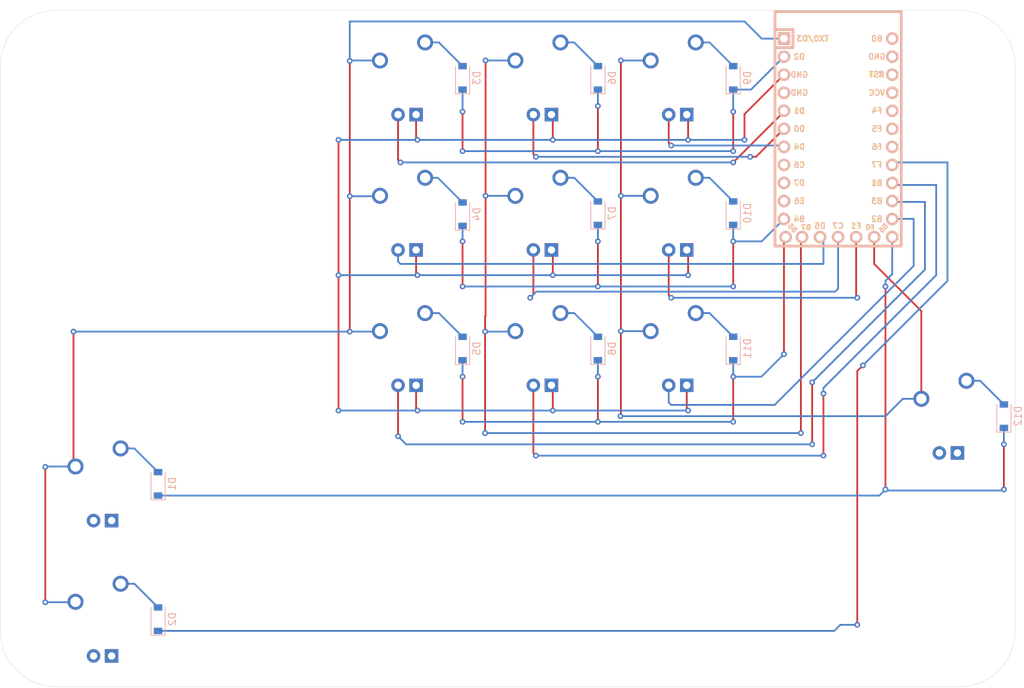
<source format=kicad_pcb>
(kicad_pcb (version 20171130) (host pcbnew "(5.1.9-0-10_14)")

  (general
    (thickness 1.6)
    (drawings 8)
    (tracks 298)
    (zones 0)
    (modules 25)
    (nets 48)
  )

  (page A4)
  (layers
    (0 F.Cu signal)
    (31 B.Cu signal)
    (32 B.Adhes user)
    (33 F.Adhes user)
    (34 B.Paste user)
    (35 F.Paste user)
    (36 B.SilkS user)
    (37 F.SilkS user)
    (38 B.Mask user)
    (39 F.Mask user)
    (40 Dwgs.User user)
    (41 Cmts.User user)
    (42 Eco1.User user)
    (43 Eco2.User user)
    (44 Edge.Cuts user)
    (45 Margin user)
    (46 B.CrtYd user)
    (47 F.CrtYd user)
    (48 B.Fab user)
    (49 F.Fab user)
  )

  (setup
    (last_trace_width 0.25)
    (trace_clearance 0.2)
    (zone_clearance 0.508)
    (zone_45_only no)
    (trace_min 0.2)
    (via_size 0.8)
    (via_drill 0.4)
    (via_min_size 0.4)
    (via_min_drill 0.3)
    (uvia_size 0.3)
    (uvia_drill 0.1)
    (uvias_allowed no)
    (uvia_min_size 0.2)
    (uvia_min_drill 0.1)
    (edge_width 0.05)
    (segment_width 0.2)
    (pcb_text_width 0.3)
    (pcb_text_size 1.5 1.5)
    (mod_edge_width 0.12)
    (mod_text_size 1 1)
    (mod_text_width 0.15)
    (pad_size 1.524 1.524)
    (pad_drill 0.762)
    (pad_to_mask_clearance 0)
    (aux_axis_origin 0 0)
    (visible_elements FFFFFFFF)
    (pcbplotparams
      (layerselection 0x010fc_ffffffff)
      (usegerberextensions false)
      (usegerberattributes true)
      (usegerberadvancedattributes true)
      (creategerberjobfile true)
      (excludeedgelayer true)
      (linewidth 0.100000)
      (plotframeref false)
      (viasonmask false)
      (mode 1)
      (useauxorigin false)
      (hpglpennumber 1)
      (hpglpenspeed 20)
      (hpglpendiameter 15.000000)
      (psnegative false)
      (psa4output false)
      (plotreference true)
      (plotvalue true)
      (plotinvisibletext false)
      (padsonsilk false)
      (subtractmaskfromsilk false)
      (outputformat 1)
      (mirror false)
      (drillshape 1)
      (scaleselection 1)
      (outputdirectory ""))
  )

  (net 0 "")
  (net 1 "Net-(D1-Pad2)")
  (net 2 row4)
  (net 3 "Net-(D2-Pad2)")
  (net 4 row5)
  (net 5 "Net-(D3-Pad2)")
  (net 6 row1)
  (net 7 "Net-(D4-Pad2)")
  (net 8 row2)
  (net 9 "Net-(D5-Pad2)")
  (net 10 row3)
  (net 11 "Net-(D6-Pad2)")
  (net 12 "Net-(D7-Pad2)")
  (net 13 "Net-(D8-Pad2)")
  (net 14 "Net-(D9-Pad2)")
  (net 15 "Net-(D10-Pad2)")
  (net 16 "Net-(D11-Pad2)")
  (net 17 "Net-(D12-Pad2)")
  (net 18 "Net-(MX1-Pad4)")
  (net 19 "Net-(MX1-Pad3)")
  (net 20 col1)
  (net 21 "Net-(MX2-Pad4)")
  (net 22 "Net-(MX2-Pad3)")
  (net 23 gnd)
  (net 24 led1)
  (net 25 led4)
  (net 26 led7)
  (net 27 led2)
  (net 28 col2)
  (net 29 led5)
  (net 30 led8)
  (net 31 led3)
  (net 32 col3)
  (net 33 led6)
  (net 34 led9)
  (net 35 "Net-(MX12-Pad4)")
  (net 36 "Net-(MX12-Pad3)")
  (net 37 "Net-(U1-Pad23)")
  (net 38 "Net-(U1-Pad22)")
  (net 39 "Net-(U1-Pad21)")
  (net 40 "Net-(U1-Pad4)")
  (net 41 "Net-(U1-Pad9)")
  (net 42 "Net-(U1-Pad8)")
  (net 43 "Net-(U1-Pad24)")
  (net 44 "Net-(U1-Pad20)")
  (net 45 "Net-(U1-Pad19)")
  (net 46 "Net-(U1-Pad18)")
  (net 47 "Net-(U1-Pad10)")

  (net_class Default "This is the default net class."
    (clearance 0.2)
    (trace_width 0.25)
    (via_dia 0.8)
    (via_drill 0.4)
    (uvia_dia 0.3)
    (uvia_drill 0.1)
    (add_net "Net-(D1-Pad2)")
    (add_net "Net-(D10-Pad2)")
    (add_net "Net-(D11-Pad2)")
    (add_net "Net-(D12-Pad2)")
    (add_net "Net-(D2-Pad2)")
    (add_net "Net-(D3-Pad2)")
    (add_net "Net-(D4-Pad2)")
    (add_net "Net-(D5-Pad2)")
    (add_net "Net-(D6-Pad2)")
    (add_net "Net-(D7-Pad2)")
    (add_net "Net-(D8-Pad2)")
    (add_net "Net-(D9-Pad2)")
    (add_net "Net-(MX1-Pad3)")
    (add_net "Net-(MX1-Pad4)")
    (add_net "Net-(MX12-Pad3)")
    (add_net "Net-(MX12-Pad4)")
    (add_net "Net-(MX2-Pad3)")
    (add_net "Net-(MX2-Pad4)")
    (add_net "Net-(U1-Pad10)")
    (add_net "Net-(U1-Pad18)")
    (add_net "Net-(U1-Pad19)")
    (add_net "Net-(U1-Pad20)")
    (add_net "Net-(U1-Pad21)")
    (add_net "Net-(U1-Pad22)")
    (add_net "Net-(U1-Pad23)")
    (add_net "Net-(U1-Pad24)")
    (add_net "Net-(U1-Pad4)")
    (add_net "Net-(U1-Pad8)")
    (add_net "Net-(U1-Pad9)")
    (add_net col1)
    (add_net col2)
    (add_net col3)
    (add_net gnd)
    (add_net led1)
    (add_net led2)
    (add_net led3)
    (add_net led4)
    (add_net led5)
    (add_net led6)
    (add_net led7)
    (add_net led8)
    (add_net led9)
    (add_net row1)
    (add_net row2)
    (add_net row3)
    (add_net row4)
    (add_net row5)
  )

  (module MX_Only:MXOnly-1.5U (layer F.Cu) (tedit 5AC998EE) (tstamp 6074926A)
    (at 85.852 144.55775)
    (path /607B7F5F)
    (fp_text reference MX2 (at 0 3.175) (layer Dwgs.User)
      (effects (font (size 1 1) (thickness 0.15)))
    )
    (fp_text value MX-LED (at 0 -7.9375) (layer Dwgs.User)
      (effects (font (size 1 1) (thickness 0.15)))
    )
    (fp_line (start -14.2875 9.525) (end -14.2875 -9.525) (layer Dwgs.User) (width 0.15))
    (fp_line (start -14.2875 9.525) (end 14.2875 9.525) (layer Dwgs.User) (width 0.15))
    (fp_line (start 14.2875 -9.525) (end 14.2875 9.525) (layer Dwgs.User) (width 0.15))
    (fp_line (start -14.2875 -9.525) (end 14.2875 -9.525) (layer Dwgs.User) (width 0.15))
    (fp_line (start -7 -7) (end -7 -5) (layer Dwgs.User) (width 0.15))
    (fp_line (start -5 -7) (end -7 -7) (layer Dwgs.User) (width 0.15))
    (fp_line (start -7 7) (end -5 7) (layer Dwgs.User) (width 0.15))
    (fp_line (start -7 5) (end -7 7) (layer Dwgs.User) (width 0.15))
    (fp_line (start 7 7) (end 7 5) (layer Dwgs.User) (width 0.15))
    (fp_line (start 5 7) (end 7 7) (layer Dwgs.User) (width 0.15))
    (fp_line (start 7 -7) (end 7 -5) (layer Dwgs.User) (width 0.15))
    (fp_line (start 5 -7) (end 7 -7) (layer Dwgs.User) (width 0.15))
    (pad "" np_thru_hole circle (at 5.08 0 48.0996) (size 1.75 1.75) (drill 1.75) (layers *.Cu *.Mask))
    (pad "" np_thru_hole circle (at -5.08 0 48.0996) (size 1.75 1.75) (drill 1.75) (layers *.Cu *.Mask))
    (pad 4 thru_hole rect (at 1.27 5.08) (size 1.905 1.905) (drill 1.04) (layers *.Cu B.Mask)
      (net 21 "Net-(MX2-Pad4)"))
    (pad 3 thru_hole circle (at -1.27 5.08) (size 1.905 1.905) (drill 1.04) (layers *.Cu B.Mask)
      (net 22 "Net-(MX2-Pad3)"))
    (pad 1 thru_hole circle (at -3.81 -2.54) (size 2.25 2.25) (drill 1.47) (layers *.Cu B.Mask)
      (net 20 col1))
    (pad "" np_thru_hole circle (at 0 0) (size 3.9878 3.9878) (drill 3.9878) (layers *.Cu *.Mask))
    (pad 2 thru_hole circle (at 2.54 -5.08) (size 2.25 2.25) (drill 1.47) (layers *.Cu B.Mask)
      (net 3 "Net-(D2-Pad2)"))
  )

  (module MX_Only:MXOnly-1U (layer F.Cu) (tedit 5AC9901D) (tstamp 607492C6)
    (at 147.7645 68.35775)
    (path /607A7443)
    (fp_text reference MX6 (at 0 3.175) (layer Dwgs.User)
      (effects (font (size 1 1) (thickness 0.15)))
    )
    (fp_text value MX-LED (at 0 -7.9375) (layer Dwgs.User)
      (effects (font (size 1 1) (thickness 0.15)))
    )
    (fp_line (start -9.525 9.525) (end -9.525 -9.525) (layer Dwgs.User) (width 0.15))
    (fp_line (start 9.525 9.525) (end -9.525 9.525) (layer Dwgs.User) (width 0.15))
    (fp_line (start 9.525 -9.525) (end 9.525 9.525) (layer Dwgs.User) (width 0.15))
    (fp_line (start -9.525 -9.525) (end 9.525 -9.525) (layer Dwgs.User) (width 0.15))
    (fp_line (start -7 -7) (end -7 -5) (layer Dwgs.User) (width 0.15))
    (fp_line (start -5 -7) (end -7 -7) (layer Dwgs.User) (width 0.15))
    (fp_line (start -7 7) (end -5 7) (layer Dwgs.User) (width 0.15))
    (fp_line (start -7 5) (end -7 7) (layer Dwgs.User) (width 0.15))
    (fp_line (start 7 7) (end 7 5) (layer Dwgs.User) (width 0.15))
    (fp_line (start 5 7) (end 7 7) (layer Dwgs.User) (width 0.15))
    (fp_line (start 7 -7) (end 7 -5) (layer Dwgs.User) (width 0.15))
    (fp_line (start 5 -7) (end 7 -7) (layer Dwgs.User) (width 0.15))
    (pad "" np_thru_hole circle (at 5.08 0 48.0996) (size 1.75 1.75) (drill 1.75) (layers *.Cu *.Mask))
    (pad "" np_thru_hole circle (at -5.08 0 48.0996) (size 1.75 1.75) (drill 1.75) (layers *.Cu *.Mask))
    (pad 4 thru_hole rect (at 1.27 5.08) (size 1.905 1.905) (drill 1.04) (layers *.Cu B.Mask)
      (net 23 gnd))
    (pad 3 thru_hole circle (at -1.27 5.08) (size 1.905 1.905) (drill 1.04) (layers *.Cu B.Mask)
      (net 27 led2))
    (pad 1 thru_hole circle (at -3.81 -2.54) (size 2.25 2.25) (drill 1.47) (layers *.Cu B.Mask)
      (net 28 col2))
    (pad "" np_thru_hole circle (at 0 0) (size 3.9878 3.9878) (drill 3.9878) (layers *.Cu *.Mask))
    (pad 2 thru_hole circle (at 2.54 -5.08) (size 2.25 2.25) (drill 1.47) (layers *.Cu B.Mask)
      (net 11 "Net-(D6-Pad2)"))
  )

  (module MX_Only:MXOnly-1U (layer F.Cu) (tedit 5AC9901D) (tstamp 60749339)
    (at 166.8145 106.45775)
    (path /607B13F5)
    (fp_text reference MX11 (at 0 3.175) (layer Dwgs.User)
      (effects (font (size 1 1) (thickness 0.15)))
    )
    (fp_text value MX-LED (at 0 -7.9375) (layer Dwgs.User)
      (effects (font (size 1 1) (thickness 0.15)))
    )
    (fp_line (start -9.525 9.525) (end -9.525 -9.525) (layer Dwgs.User) (width 0.15))
    (fp_line (start 9.525 9.525) (end -9.525 9.525) (layer Dwgs.User) (width 0.15))
    (fp_line (start 9.525 -9.525) (end 9.525 9.525) (layer Dwgs.User) (width 0.15))
    (fp_line (start -9.525 -9.525) (end 9.525 -9.525) (layer Dwgs.User) (width 0.15))
    (fp_line (start -7 -7) (end -7 -5) (layer Dwgs.User) (width 0.15))
    (fp_line (start -5 -7) (end -7 -7) (layer Dwgs.User) (width 0.15))
    (fp_line (start -7 7) (end -5 7) (layer Dwgs.User) (width 0.15))
    (fp_line (start -7 5) (end -7 7) (layer Dwgs.User) (width 0.15))
    (fp_line (start 7 7) (end 7 5) (layer Dwgs.User) (width 0.15))
    (fp_line (start 5 7) (end 7 7) (layer Dwgs.User) (width 0.15))
    (fp_line (start 7 -7) (end 7 -5) (layer Dwgs.User) (width 0.15))
    (fp_line (start 5 -7) (end 7 -7) (layer Dwgs.User) (width 0.15))
    (pad "" np_thru_hole circle (at 5.08 0 48.0996) (size 1.75 1.75) (drill 1.75) (layers *.Cu *.Mask))
    (pad "" np_thru_hole circle (at -5.08 0 48.0996) (size 1.75 1.75) (drill 1.75) (layers *.Cu *.Mask))
    (pad 4 thru_hole rect (at 1.27 5.08) (size 1.905 1.905) (drill 1.04) (layers *.Cu B.Mask)
      (net 23 gnd))
    (pad 3 thru_hole circle (at -1.27 5.08) (size 1.905 1.905) (drill 1.04) (layers *.Cu B.Mask)
      (net 34 led9))
    (pad 1 thru_hole circle (at -3.81 -2.54) (size 2.25 2.25) (drill 1.47) (layers *.Cu B.Mask)
      (net 32 col3))
    (pad "" np_thru_hole circle (at 0 0) (size 3.9878 3.9878) (drill 3.9878) (layers *.Cu *.Mask))
    (pad 2 thru_hole circle (at 2.54 -5.08) (size 2.25 2.25) (drill 1.47) (layers *.Cu B.Mask)
      (net 16 "Net-(D11-Pad2)"))
  )

  (module Diode_SMD:D_SOD-123 (layer B.Cu) (tedit 58645DC7) (tstamp 607442C2)
    (at 212.725 115.8875 90)
    (descr SOD-123)
    (tags SOD-123)
    (path /607BCE1D)
    (attr smd)
    (fp_text reference D12 (at 0 2 90) (layer B.SilkS)
      (effects (font (size 1 1) (thickness 0.15)) (justify mirror))
    )
    (fp_text value D_Small (at 0 -2.1 90) (layer B.Fab)
      (effects (font (size 1 1) (thickness 0.15)) (justify mirror))
    )
    (fp_line (start -2.25 1) (end -2.25 -1) (layer B.SilkS) (width 0.12))
    (fp_line (start 0.25 0) (end 0.75 0) (layer B.Fab) (width 0.1))
    (fp_line (start 0.25 -0.4) (end -0.35 0) (layer B.Fab) (width 0.1))
    (fp_line (start 0.25 0.4) (end 0.25 -0.4) (layer B.Fab) (width 0.1))
    (fp_line (start -0.35 0) (end 0.25 0.4) (layer B.Fab) (width 0.1))
    (fp_line (start -0.35 0) (end -0.35 -0.55) (layer B.Fab) (width 0.1))
    (fp_line (start -0.35 0) (end -0.35 0.55) (layer B.Fab) (width 0.1))
    (fp_line (start -0.75 0) (end -0.35 0) (layer B.Fab) (width 0.1))
    (fp_line (start -1.4 -0.9) (end -1.4 0.9) (layer B.Fab) (width 0.1))
    (fp_line (start 1.4 -0.9) (end -1.4 -0.9) (layer B.Fab) (width 0.1))
    (fp_line (start 1.4 0.9) (end 1.4 -0.9) (layer B.Fab) (width 0.1))
    (fp_line (start -1.4 0.9) (end 1.4 0.9) (layer B.Fab) (width 0.1))
    (fp_line (start -2.35 1.15) (end 2.35 1.15) (layer B.CrtYd) (width 0.05))
    (fp_line (start 2.35 1.15) (end 2.35 -1.15) (layer B.CrtYd) (width 0.05))
    (fp_line (start 2.35 -1.15) (end -2.35 -1.15) (layer B.CrtYd) (width 0.05))
    (fp_line (start -2.35 1.15) (end -2.35 -1.15) (layer B.CrtYd) (width 0.05))
    (fp_line (start -2.25 -1) (end 1.65 -1) (layer B.SilkS) (width 0.12))
    (fp_line (start -2.25 1) (end 1.65 1) (layer B.SilkS) (width 0.12))
    (fp_text user %R (at 0 2 90) (layer B.Fab)
      (effects (font (size 1 1) (thickness 0.15)) (justify mirror))
    )
    (pad 2 smd rect (at 1.65 0 90) (size 0.9 1.2) (layers B.Cu B.Paste B.Mask)
      (net 17 "Net-(D12-Pad2)"))
    (pad 1 smd rect (at -1.65 0 90) (size 0.9 1.2) (layers B.Cu B.Paste B.Mask)
      (net 2 row4))
    (model ${KISYS3DMOD}/Diode_SMD.3dshapes/D_SOD-123.wrl
      (at (xyz 0 0 0))
      (scale (xyz 1 1 1))
      (rotate (xyz 0 0 0))
    )
  )

  (module Diode_SMD:D_SOD-123 (layer B.Cu) (tedit 58645DC7) (tstamp 60749229)
    (at 174.625 106.3625 90)
    (descr SOD-123)
    (tags SOD-123)
    (path /607B13FB)
    (attr smd)
    (fp_text reference D11 (at 0 2 90) (layer B.SilkS)
      (effects (font (size 1 1) (thickness 0.15)) (justify mirror))
    )
    (fp_text value D_Small (at 0 -2.1 90) (layer B.Fab)
      (effects (font (size 1 1) (thickness 0.15)) (justify mirror))
    )
    (fp_line (start -2.25 1) (end -2.25 -1) (layer B.SilkS) (width 0.12))
    (fp_line (start 0.25 0) (end 0.75 0) (layer B.Fab) (width 0.1))
    (fp_line (start 0.25 -0.4) (end -0.35 0) (layer B.Fab) (width 0.1))
    (fp_line (start 0.25 0.4) (end 0.25 -0.4) (layer B.Fab) (width 0.1))
    (fp_line (start -0.35 0) (end 0.25 0.4) (layer B.Fab) (width 0.1))
    (fp_line (start -0.35 0) (end -0.35 -0.55) (layer B.Fab) (width 0.1))
    (fp_line (start -0.35 0) (end -0.35 0.55) (layer B.Fab) (width 0.1))
    (fp_line (start -0.75 0) (end -0.35 0) (layer B.Fab) (width 0.1))
    (fp_line (start -1.4 -0.9) (end -1.4 0.9) (layer B.Fab) (width 0.1))
    (fp_line (start 1.4 -0.9) (end -1.4 -0.9) (layer B.Fab) (width 0.1))
    (fp_line (start 1.4 0.9) (end 1.4 -0.9) (layer B.Fab) (width 0.1))
    (fp_line (start -1.4 0.9) (end 1.4 0.9) (layer B.Fab) (width 0.1))
    (fp_line (start -2.35 1.15) (end 2.35 1.15) (layer B.CrtYd) (width 0.05))
    (fp_line (start 2.35 1.15) (end 2.35 -1.15) (layer B.CrtYd) (width 0.05))
    (fp_line (start 2.35 -1.15) (end -2.35 -1.15) (layer B.CrtYd) (width 0.05))
    (fp_line (start -2.35 1.15) (end -2.35 -1.15) (layer B.CrtYd) (width 0.05))
    (fp_line (start -2.25 -1) (end 1.65 -1) (layer B.SilkS) (width 0.12))
    (fp_line (start -2.25 1) (end 1.65 1) (layer B.SilkS) (width 0.12))
    (fp_text user %R (at 0 2 90) (layer B.Fab)
      (effects (font (size 1 1) (thickness 0.15)) (justify mirror))
    )
    (pad 2 smd rect (at 1.65 0 90) (size 0.9 1.2) (layers B.Cu B.Paste B.Mask)
      (net 16 "Net-(D11-Pad2)"))
    (pad 1 smd rect (at -1.65 0 90) (size 0.9 1.2) (layers B.Cu B.Paste B.Mask)
      (net 10 row3))
    (model ${KISYS3DMOD}/Diode_SMD.3dshapes/D_SOD-123.wrl
      (at (xyz 0 0 0))
      (scale (xyz 1 1 1))
      (rotate (xyz 0 0 0))
    )
  )

  (module Diode_SMD:D_SOD-123 (layer B.Cu) (tedit 58645DC7) (tstamp 60749216)
    (at 174.625 87.3125 90)
    (descr SOD-123)
    (tags SOD-123)
    (path /607AE04E)
    (attr smd)
    (fp_text reference D10 (at 0 2 90) (layer B.SilkS)
      (effects (font (size 1 1) (thickness 0.15)) (justify mirror))
    )
    (fp_text value D_Small (at 0 -2.1 90) (layer B.Fab)
      (effects (font (size 1 1) (thickness 0.15)) (justify mirror))
    )
    (fp_line (start -2.25 1) (end -2.25 -1) (layer B.SilkS) (width 0.12))
    (fp_line (start 0.25 0) (end 0.75 0) (layer B.Fab) (width 0.1))
    (fp_line (start 0.25 -0.4) (end -0.35 0) (layer B.Fab) (width 0.1))
    (fp_line (start 0.25 0.4) (end 0.25 -0.4) (layer B.Fab) (width 0.1))
    (fp_line (start -0.35 0) (end 0.25 0.4) (layer B.Fab) (width 0.1))
    (fp_line (start -0.35 0) (end -0.35 -0.55) (layer B.Fab) (width 0.1))
    (fp_line (start -0.35 0) (end -0.35 0.55) (layer B.Fab) (width 0.1))
    (fp_line (start -0.75 0) (end -0.35 0) (layer B.Fab) (width 0.1))
    (fp_line (start -1.4 -0.9) (end -1.4 0.9) (layer B.Fab) (width 0.1))
    (fp_line (start 1.4 -0.9) (end -1.4 -0.9) (layer B.Fab) (width 0.1))
    (fp_line (start 1.4 0.9) (end 1.4 -0.9) (layer B.Fab) (width 0.1))
    (fp_line (start -1.4 0.9) (end 1.4 0.9) (layer B.Fab) (width 0.1))
    (fp_line (start -2.35 1.15) (end 2.35 1.15) (layer B.CrtYd) (width 0.05))
    (fp_line (start 2.35 1.15) (end 2.35 -1.15) (layer B.CrtYd) (width 0.05))
    (fp_line (start 2.35 -1.15) (end -2.35 -1.15) (layer B.CrtYd) (width 0.05))
    (fp_line (start -2.35 1.15) (end -2.35 -1.15) (layer B.CrtYd) (width 0.05))
    (fp_line (start -2.25 -1) (end 1.65 -1) (layer B.SilkS) (width 0.12))
    (fp_line (start -2.25 1) (end 1.65 1) (layer B.SilkS) (width 0.12))
    (fp_text user %R (at 0 2 90) (layer B.Fab)
      (effects (font (size 1 1) (thickness 0.15)) (justify mirror))
    )
    (pad 2 smd rect (at 1.65 0 90) (size 0.9 1.2) (layers B.Cu B.Paste B.Mask)
      (net 15 "Net-(D10-Pad2)"))
    (pad 1 smd rect (at -1.65 0 90) (size 0.9 1.2) (layers B.Cu B.Paste B.Mask)
      (net 8 row2))
    (model ${KISYS3DMOD}/Diode_SMD.3dshapes/D_SOD-123.wrl
      (at (xyz 0 0 0))
      (scale (xyz 1 1 1))
      (rotate (xyz 0 0 0))
    )
  )

  (module Diode_SMD:D_SOD-123 (layer B.Cu) (tedit 58645DC7) (tstamp 60749203)
    (at 174.625 68.2625 90)
    (descr SOD-123)
    (tags SOD-123)
    (path /607A8347)
    (attr smd)
    (fp_text reference D9 (at 0 2 90) (layer B.SilkS)
      (effects (font (size 1 1) (thickness 0.15)) (justify mirror))
    )
    (fp_text value D_Small (at 0 -2.1 90) (layer B.Fab)
      (effects (font (size 1 1) (thickness 0.15)) (justify mirror))
    )
    (fp_line (start -2.25 1) (end -2.25 -1) (layer B.SilkS) (width 0.12))
    (fp_line (start 0.25 0) (end 0.75 0) (layer B.Fab) (width 0.1))
    (fp_line (start 0.25 -0.4) (end -0.35 0) (layer B.Fab) (width 0.1))
    (fp_line (start 0.25 0.4) (end 0.25 -0.4) (layer B.Fab) (width 0.1))
    (fp_line (start -0.35 0) (end 0.25 0.4) (layer B.Fab) (width 0.1))
    (fp_line (start -0.35 0) (end -0.35 -0.55) (layer B.Fab) (width 0.1))
    (fp_line (start -0.35 0) (end -0.35 0.55) (layer B.Fab) (width 0.1))
    (fp_line (start -0.75 0) (end -0.35 0) (layer B.Fab) (width 0.1))
    (fp_line (start -1.4 -0.9) (end -1.4 0.9) (layer B.Fab) (width 0.1))
    (fp_line (start 1.4 -0.9) (end -1.4 -0.9) (layer B.Fab) (width 0.1))
    (fp_line (start 1.4 0.9) (end 1.4 -0.9) (layer B.Fab) (width 0.1))
    (fp_line (start -1.4 0.9) (end 1.4 0.9) (layer B.Fab) (width 0.1))
    (fp_line (start -2.35 1.15) (end 2.35 1.15) (layer B.CrtYd) (width 0.05))
    (fp_line (start 2.35 1.15) (end 2.35 -1.15) (layer B.CrtYd) (width 0.05))
    (fp_line (start 2.35 -1.15) (end -2.35 -1.15) (layer B.CrtYd) (width 0.05))
    (fp_line (start -2.35 1.15) (end -2.35 -1.15) (layer B.CrtYd) (width 0.05))
    (fp_line (start -2.25 -1) (end 1.65 -1) (layer B.SilkS) (width 0.12))
    (fp_line (start -2.25 1) (end 1.65 1) (layer B.SilkS) (width 0.12))
    (fp_text user %R (at 0 2 90) (layer B.Fab)
      (effects (font (size 1 1) (thickness 0.15)) (justify mirror))
    )
    (pad 2 smd rect (at 1.65 0 90) (size 0.9 1.2) (layers B.Cu B.Paste B.Mask)
      (net 14 "Net-(D9-Pad2)"))
    (pad 1 smd rect (at -1.65 0 90) (size 0.9 1.2) (layers B.Cu B.Paste B.Mask)
      (net 6 row1))
    (model ${KISYS3DMOD}/Diode_SMD.3dshapes/D_SOD-123.wrl
      (at (xyz 0 0 0))
      (scale (xyz 1 1 1))
      (rotate (xyz 0 0 0))
    )
  )

  (module Diode_SMD:D_SOD-123 (layer B.Cu) (tedit 58645DC7) (tstamp 607491F0)
    (at 155.575 106.3625 90)
    (descr SOD-123)
    (tags SOD-123)
    (path /607B13EE)
    (attr smd)
    (fp_text reference D8 (at 0 2 90) (layer B.SilkS)
      (effects (font (size 1 1) (thickness 0.15)) (justify mirror))
    )
    (fp_text value D_Small (at 0 -2.1 90) (layer B.Fab)
      (effects (font (size 1 1) (thickness 0.15)) (justify mirror))
    )
    (fp_line (start -2.25 1) (end -2.25 -1) (layer B.SilkS) (width 0.12))
    (fp_line (start 0.25 0) (end 0.75 0) (layer B.Fab) (width 0.1))
    (fp_line (start 0.25 -0.4) (end -0.35 0) (layer B.Fab) (width 0.1))
    (fp_line (start 0.25 0.4) (end 0.25 -0.4) (layer B.Fab) (width 0.1))
    (fp_line (start -0.35 0) (end 0.25 0.4) (layer B.Fab) (width 0.1))
    (fp_line (start -0.35 0) (end -0.35 -0.55) (layer B.Fab) (width 0.1))
    (fp_line (start -0.35 0) (end -0.35 0.55) (layer B.Fab) (width 0.1))
    (fp_line (start -0.75 0) (end -0.35 0) (layer B.Fab) (width 0.1))
    (fp_line (start -1.4 -0.9) (end -1.4 0.9) (layer B.Fab) (width 0.1))
    (fp_line (start 1.4 -0.9) (end -1.4 -0.9) (layer B.Fab) (width 0.1))
    (fp_line (start 1.4 0.9) (end 1.4 -0.9) (layer B.Fab) (width 0.1))
    (fp_line (start -1.4 0.9) (end 1.4 0.9) (layer B.Fab) (width 0.1))
    (fp_line (start -2.35 1.15) (end 2.35 1.15) (layer B.CrtYd) (width 0.05))
    (fp_line (start 2.35 1.15) (end 2.35 -1.15) (layer B.CrtYd) (width 0.05))
    (fp_line (start 2.35 -1.15) (end -2.35 -1.15) (layer B.CrtYd) (width 0.05))
    (fp_line (start -2.35 1.15) (end -2.35 -1.15) (layer B.CrtYd) (width 0.05))
    (fp_line (start -2.25 -1) (end 1.65 -1) (layer B.SilkS) (width 0.12))
    (fp_line (start -2.25 1) (end 1.65 1) (layer B.SilkS) (width 0.12))
    (fp_text user %R (at 0 2 90) (layer B.Fab)
      (effects (font (size 1 1) (thickness 0.15)) (justify mirror))
    )
    (pad 2 smd rect (at 1.65 0 90) (size 0.9 1.2) (layers B.Cu B.Paste B.Mask)
      (net 13 "Net-(D8-Pad2)"))
    (pad 1 smd rect (at -1.65 0 90) (size 0.9 1.2) (layers B.Cu B.Paste B.Mask)
      (net 10 row3))
    (model ${KISYS3DMOD}/Diode_SMD.3dshapes/D_SOD-123.wrl
      (at (xyz 0 0 0))
      (scale (xyz 1 1 1))
      (rotate (xyz 0 0 0))
    )
  )

  (module Diode_SMD:D_SOD-123 (layer B.Cu) (tedit 58645DC7) (tstamp 607491DD)
    (at 155.575 87.3125 90)
    (descr SOD-123)
    (tags SOD-123)
    (path /607AE041)
    (attr smd)
    (fp_text reference D7 (at 0 2 90) (layer B.SilkS)
      (effects (font (size 1 1) (thickness 0.15)) (justify mirror))
    )
    (fp_text value D_Small (at 0 -2.1 90) (layer B.Fab)
      (effects (font (size 1 1) (thickness 0.15)) (justify mirror))
    )
    (fp_line (start -2.25 1) (end -2.25 -1) (layer B.SilkS) (width 0.12))
    (fp_line (start 0.25 0) (end 0.75 0) (layer B.Fab) (width 0.1))
    (fp_line (start 0.25 -0.4) (end -0.35 0) (layer B.Fab) (width 0.1))
    (fp_line (start 0.25 0.4) (end 0.25 -0.4) (layer B.Fab) (width 0.1))
    (fp_line (start -0.35 0) (end 0.25 0.4) (layer B.Fab) (width 0.1))
    (fp_line (start -0.35 0) (end -0.35 -0.55) (layer B.Fab) (width 0.1))
    (fp_line (start -0.35 0) (end -0.35 0.55) (layer B.Fab) (width 0.1))
    (fp_line (start -0.75 0) (end -0.35 0) (layer B.Fab) (width 0.1))
    (fp_line (start -1.4 -0.9) (end -1.4 0.9) (layer B.Fab) (width 0.1))
    (fp_line (start 1.4 -0.9) (end -1.4 -0.9) (layer B.Fab) (width 0.1))
    (fp_line (start 1.4 0.9) (end 1.4 -0.9) (layer B.Fab) (width 0.1))
    (fp_line (start -1.4 0.9) (end 1.4 0.9) (layer B.Fab) (width 0.1))
    (fp_line (start -2.35 1.15) (end 2.35 1.15) (layer B.CrtYd) (width 0.05))
    (fp_line (start 2.35 1.15) (end 2.35 -1.15) (layer B.CrtYd) (width 0.05))
    (fp_line (start 2.35 -1.15) (end -2.35 -1.15) (layer B.CrtYd) (width 0.05))
    (fp_line (start -2.35 1.15) (end -2.35 -1.15) (layer B.CrtYd) (width 0.05))
    (fp_line (start -2.25 -1) (end 1.65 -1) (layer B.SilkS) (width 0.12))
    (fp_line (start -2.25 1) (end 1.65 1) (layer B.SilkS) (width 0.12))
    (fp_text user %R (at 0 2 90) (layer B.Fab)
      (effects (font (size 1 1) (thickness 0.15)) (justify mirror))
    )
    (pad 2 smd rect (at 1.65 0 90) (size 0.9 1.2) (layers B.Cu B.Paste B.Mask)
      (net 12 "Net-(D7-Pad2)"))
    (pad 1 smd rect (at -1.65 0 90) (size 0.9 1.2) (layers B.Cu B.Paste B.Mask)
      (net 8 row2))
    (model ${KISYS3DMOD}/Diode_SMD.3dshapes/D_SOD-123.wrl
      (at (xyz 0 0 0))
      (scale (xyz 1 1 1))
      (rotate (xyz 0 0 0))
    )
  )

  (module Diode_SMD:D_SOD-123 (layer B.Cu) (tedit 58645DC7) (tstamp 607491CA)
    (at 155.575 68.2625 90)
    (descr SOD-123)
    (tags SOD-123)
    (path /607A7449)
    (attr smd)
    (fp_text reference D6 (at 0 2 90) (layer B.SilkS)
      (effects (font (size 1 1) (thickness 0.15)) (justify mirror))
    )
    (fp_text value D_Small (at 0 -2.1 90) (layer B.Fab)
      (effects (font (size 1 1) (thickness 0.15)) (justify mirror))
    )
    (fp_line (start -2.25 1) (end -2.25 -1) (layer B.SilkS) (width 0.12))
    (fp_line (start 0.25 0) (end 0.75 0) (layer B.Fab) (width 0.1))
    (fp_line (start 0.25 -0.4) (end -0.35 0) (layer B.Fab) (width 0.1))
    (fp_line (start 0.25 0.4) (end 0.25 -0.4) (layer B.Fab) (width 0.1))
    (fp_line (start -0.35 0) (end 0.25 0.4) (layer B.Fab) (width 0.1))
    (fp_line (start -0.35 0) (end -0.35 -0.55) (layer B.Fab) (width 0.1))
    (fp_line (start -0.35 0) (end -0.35 0.55) (layer B.Fab) (width 0.1))
    (fp_line (start -0.75 0) (end -0.35 0) (layer B.Fab) (width 0.1))
    (fp_line (start -1.4 -0.9) (end -1.4 0.9) (layer B.Fab) (width 0.1))
    (fp_line (start 1.4 -0.9) (end -1.4 -0.9) (layer B.Fab) (width 0.1))
    (fp_line (start 1.4 0.9) (end 1.4 -0.9) (layer B.Fab) (width 0.1))
    (fp_line (start -1.4 0.9) (end 1.4 0.9) (layer B.Fab) (width 0.1))
    (fp_line (start -2.35 1.15) (end 2.35 1.15) (layer B.CrtYd) (width 0.05))
    (fp_line (start 2.35 1.15) (end 2.35 -1.15) (layer B.CrtYd) (width 0.05))
    (fp_line (start 2.35 -1.15) (end -2.35 -1.15) (layer B.CrtYd) (width 0.05))
    (fp_line (start -2.35 1.15) (end -2.35 -1.15) (layer B.CrtYd) (width 0.05))
    (fp_line (start -2.25 -1) (end 1.65 -1) (layer B.SilkS) (width 0.12))
    (fp_line (start -2.25 1) (end 1.65 1) (layer B.SilkS) (width 0.12))
    (fp_text user %R (at 0 2 90) (layer B.Fab)
      (effects (font (size 1 1) (thickness 0.15)) (justify mirror))
    )
    (pad 2 smd rect (at 1.65 0 90) (size 0.9 1.2) (layers B.Cu B.Paste B.Mask)
      (net 11 "Net-(D6-Pad2)"))
    (pad 1 smd rect (at -1.65 0 90) (size 0.9 1.2) (layers B.Cu B.Paste B.Mask)
      (net 6 row1))
    (model ${KISYS3DMOD}/Diode_SMD.3dshapes/D_SOD-123.wrl
      (at (xyz 0 0 0))
      (scale (xyz 1 1 1))
      (rotate (xyz 0 0 0))
    )
  )

  (module Diode_SMD:D_SOD-123 (layer B.Cu) (tedit 58645DC7) (tstamp 60743393)
    (at 136.525 106.3625 90)
    (descr SOD-123)
    (tags SOD-123)
    (path /607B13E1)
    (attr smd)
    (fp_text reference D5 (at 0 2 90) (layer B.SilkS)
      (effects (font (size 1 1) (thickness 0.15)) (justify mirror))
    )
    (fp_text value D_Small (at 0 -2.1 90) (layer B.Fab)
      (effects (font (size 1 1) (thickness 0.15)) (justify mirror))
    )
    (fp_line (start -2.25 1) (end -2.25 -1) (layer B.SilkS) (width 0.12))
    (fp_line (start 0.25 0) (end 0.75 0) (layer B.Fab) (width 0.1))
    (fp_line (start 0.25 -0.4) (end -0.35 0) (layer B.Fab) (width 0.1))
    (fp_line (start 0.25 0.4) (end 0.25 -0.4) (layer B.Fab) (width 0.1))
    (fp_line (start -0.35 0) (end 0.25 0.4) (layer B.Fab) (width 0.1))
    (fp_line (start -0.35 0) (end -0.35 -0.55) (layer B.Fab) (width 0.1))
    (fp_line (start -0.35 0) (end -0.35 0.55) (layer B.Fab) (width 0.1))
    (fp_line (start -0.75 0) (end -0.35 0) (layer B.Fab) (width 0.1))
    (fp_line (start -1.4 -0.9) (end -1.4 0.9) (layer B.Fab) (width 0.1))
    (fp_line (start 1.4 -0.9) (end -1.4 -0.9) (layer B.Fab) (width 0.1))
    (fp_line (start 1.4 0.9) (end 1.4 -0.9) (layer B.Fab) (width 0.1))
    (fp_line (start -1.4 0.9) (end 1.4 0.9) (layer B.Fab) (width 0.1))
    (fp_line (start -2.35 1.15) (end 2.35 1.15) (layer B.CrtYd) (width 0.05))
    (fp_line (start 2.35 1.15) (end 2.35 -1.15) (layer B.CrtYd) (width 0.05))
    (fp_line (start 2.35 -1.15) (end -2.35 -1.15) (layer B.CrtYd) (width 0.05))
    (fp_line (start -2.35 1.15) (end -2.35 -1.15) (layer B.CrtYd) (width 0.05))
    (fp_line (start -2.25 -1) (end 1.65 -1) (layer B.SilkS) (width 0.12))
    (fp_line (start -2.25 1) (end 1.65 1) (layer B.SilkS) (width 0.12))
    (fp_text user %R (at 0 2 90) (layer B.Fab)
      (effects (font (size 1 1) (thickness 0.15)) (justify mirror))
    )
    (pad 2 smd rect (at 1.65 0 90) (size 0.9 1.2) (layers B.Cu B.Paste B.Mask)
      (net 9 "Net-(D5-Pad2)"))
    (pad 1 smd rect (at -1.65 0 90) (size 0.9 1.2) (layers B.Cu B.Paste B.Mask)
      (net 10 row3))
    (model ${KISYS3DMOD}/Diode_SMD.3dshapes/D_SOD-123.wrl
      (at (xyz 0 0 0))
      (scale (xyz 1 1 1))
      (rotate (xyz 0 0 0))
    )
  )

  (module Diode_SMD:D_SOD-123 (layer B.Cu) (tedit 58645DC7) (tstamp 607491A4)
    (at 136.525 87.45625 90)
    (descr SOD-123)
    (tags SOD-123)
    (path /607AE034)
    (attr smd)
    (fp_text reference D4 (at 0 2 90) (layer B.SilkS)
      (effects (font (size 1 1) (thickness 0.15)) (justify mirror))
    )
    (fp_text value D_Small (at 0 -2.1 90) (layer B.Fab)
      (effects (font (size 1 1) (thickness 0.15)) (justify mirror))
    )
    (fp_line (start -2.25 1) (end -2.25 -1) (layer B.SilkS) (width 0.12))
    (fp_line (start 0.25 0) (end 0.75 0) (layer B.Fab) (width 0.1))
    (fp_line (start 0.25 -0.4) (end -0.35 0) (layer B.Fab) (width 0.1))
    (fp_line (start 0.25 0.4) (end 0.25 -0.4) (layer B.Fab) (width 0.1))
    (fp_line (start -0.35 0) (end 0.25 0.4) (layer B.Fab) (width 0.1))
    (fp_line (start -0.35 0) (end -0.35 -0.55) (layer B.Fab) (width 0.1))
    (fp_line (start -0.35 0) (end -0.35 0.55) (layer B.Fab) (width 0.1))
    (fp_line (start -0.75 0) (end -0.35 0) (layer B.Fab) (width 0.1))
    (fp_line (start -1.4 -0.9) (end -1.4 0.9) (layer B.Fab) (width 0.1))
    (fp_line (start 1.4 -0.9) (end -1.4 -0.9) (layer B.Fab) (width 0.1))
    (fp_line (start 1.4 0.9) (end 1.4 -0.9) (layer B.Fab) (width 0.1))
    (fp_line (start -1.4 0.9) (end 1.4 0.9) (layer B.Fab) (width 0.1))
    (fp_line (start -2.35 1.15) (end 2.35 1.15) (layer B.CrtYd) (width 0.05))
    (fp_line (start 2.35 1.15) (end 2.35 -1.15) (layer B.CrtYd) (width 0.05))
    (fp_line (start 2.35 -1.15) (end -2.35 -1.15) (layer B.CrtYd) (width 0.05))
    (fp_line (start -2.35 1.15) (end -2.35 -1.15) (layer B.CrtYd) (width 0.05))
    (fp_line (start -2.25 -1) (end 1.65 -1) (layer B.SilkS) (width 0.12))
    (fp_line (start -2.25 1) (end 1.65 1) (layer B.SilkS) (width 0.12))
    (fp_text user %R (at 0 2 90) (layer B.Fab)
      (effects (font (size 1 1) (thickness 0.15)) (justify mirror))
    )
    (pad 2 smd rect (at 1.65 0 90) (size 0.9 1.2) (layers B.Cu B.Paste B.Mask)
      (net 7 "Net-(D4-Pad2)"))
    (pad 1 smd rect (at -1.65 0 90) (size 0.9 1.2) (layers B.Cu B.Paste B.Mask)
      (net 8 row2))
    (model ${KISYS3DMOD}/Diode_SMD.3dshapes/D_SOD-123.wrl
      (at (xyz 0 0 0))
      (scale (xyz 1 1 1))
      (rotate (xyz 0 0 0))
    )
  )

  (module Diode_SMD:D_SOD-123 (layer B.Cu) (tedit 58645DC7) (tstamp 6074344A)
    (at 136.525 68.2625 90)
    (descr SOD-123)
    (tags SOD-123)
    (path /607A27AB)
    (attr smd)
    (fp_text reference D3 (at 0 2 90) (layer B.SilkS)
      (effects (font (size 1 1) (thickness 0.15)) (justify mirror))
    )
    (fp_text value D_Small (at 0 -2.1 90) (layer B.Fab)
      (effects (font (size 1 1) (thickness 0.15)) (justify mirror))
    )
    (fp_line (start -2.25 1) (end -2.25 -1) (layer B.SilkS) (width 0.12))
    (fp_line (start 0.25 0) (end 0.75 0) (layer B.Fab) (width 0.1))
    (fp_line (start 0.25 -0.4) (end -0.35 0) (layer B.Fab) (width 0.1))
    (fp_line (start 0.25 0.4) (end 0.25 -0.4) (layer B.Fab) (width 0.1))
    (fp_line (start -0.35 0) (end 0.25 0.4) (layer B.Fab) (width 0.1))
    (fp_line (start -0.35 0) (end -0.35 -0.55) (layer B.Fab) (width 0.1))
    (fp_line (start -0.35 0) (end -0.35 0.55) (layer B.Fab) (width 0.1))
    (fp_line (start -0.75 0) (end -0.35 0) (layer B.Fab) (width 0.1))
    (fp_line (start -1.4 -0.9) (end -1.4 0.9) (layer B.Fab) (width 0.1))
    (fp_line (start 1.4 -0.9) (end -1.4 -0.9) (layer B.Fab) (width 0.1))
    (fp_line (start 1.4 0.9) (end 1.4 -0.9) (layer B.Fab) (width 0.1))
    (fp_line (start -1.4 0.9) (end 1.4 0.9) (layer B.Fab) (width 0.1))
    (fp_line (start -2.35 1.15) (end 2.35 1.15) (layer B.CrtYd) (width 0.05))
    (fp_line (start 2.35 1.15) (end 2.35 -1.15) (layer B.CrtYd) (width 0.05))
    (fp_line (start 2.35 -1.15) (end -2.35 -1.15) (layer B.CrtYd) (width 0.05))
    (fp_line (start -2.35 1.15) (end -2.35 -1.15) (layer B.CrtYd) (width 0.05))
    (fp_line (start -2.25 -1) (end 1.65 -1) (layer B.SilkS) (width 0.12))
    (fp_line (start -2.25 1) (end 1.65 1) (layer B.SilkS) (width 0.12))
    (fp_text user %R (at 0 2 90) (layer B.Fab)
      (effects (font (size 1 1) (thickness 0.15)) (justify mirror))
    )
    (pad 2 smd rect (at 1.65 0 90) (size 0.9 1.2) (layers B.Cu B.Paste B.Mask)
      (net 5 "Net-(D3-Pad2)"))
    (pad 1 smd rect (at -1.65 0 90) (size 0.9 1.2) (layers B.Cu B.Paste B.Mask)
      (net 6 row1))
    (model ${KISYS3DMOD}/Diode_SMD.3dshapes/D_SOD-123.wrl
      (at (xyz 0 0 0))
      (scale (xyz 1 1 1))
      (rotate (xyz 0 0 0))
    )
  )

  (module Diode_SMD:D_SOD-123 (layer B.Cu) (tedit 58645DC7) (tstamp 6074917E)
    (at 93.6625 144.4625 90)
    (descr SOD-123)
    (tags SOD-123)
    (path /607B7F65)
    (attr smd)
    (fp_text reference D2 (at 0 2 90) (layer B.SilkS)
      (effects (font (size 1 1) (thickness 0.15)) (justify mirror))
    )
    (fp_text value D_Small (at 0 -2.1 90) (layer B.Fab)
      (effects (font (size 1 1) (thickness 0.15)) (justify mirror))
    )
    (fp_line (start -2.25 1) (end -2.25 -1) (layer B.SilkS) (width 0.12))
    (fp_line (start 0.25 0) (end 0.75 0) (layer B.Fab) (width 0.1))
    (fp_line (start 0.25 -0.4) (end -0.35 0) (layer B.Fab) (width 0.1))
    (fp_line (start 0.25 0.4) (end 0.25 -0.4) (layer B.Fab) (width 0.1))
    (fp_line (start -0.35 0) (end 0.25 0.4) (layer B.Fab) (width 0.1))
    (fp_line (start -0.35 0) (end -0.35 -0.55) (layer B.Fab) (width 0.1))
    (fp_line (start -0.35 0) (end -0.35 0.55) (layer B.Fab) (width 0.1))
    (fp_line (start -0.75 0) (end -0.35 0) (layer B.Fab) (width 0.1))
    (fp_line (start -1.4 -0.9) (end -1.4 0.9) (layer B.Fab) (width 0.1))
    (fp_line (start 1.4 -0.9) (end -1.4 -0.9) (layer B.Fab) (width 0.1))
    (fp_line (start 1.4 0.9) (end 1.4 -0.9) (layer B.Fab) (width 0.1))
    (fp_line (start -1.4 0.9) (end 1.4 0.9) (layer B.Fab) (width 0.1))
    (fp_line (start -2.35 1.15) (end 2.35 1.15) (layer B.CrtYd) (width 0.05))
    (fp_line (start 2.35 1.15) (end 2.35 -1.15) (layer B.CrtYd) (width 0.05))
    (fp_line (start 2.35 -1.15) (end -2.35 -1.15) (layer B.CrtYd) (width 0.05))
    (fp_line (start -2.35 1.15) (end -2.35 -1.15) (layer B.CrtYd) (width 0.05))
    (fp_line (start -2.25 -1) (end 1.65 -1) (layer B.SilkS) (width 0.12))
    (fp_line (start -2.25 1) (end 1.65 1) (layer B.SilkS) (width 0.12))
    (fp_text user %R (at 0 2 90) (layer B.Fab)
      (effects (font (size 1 1) (thickness 0.15)) (justify mirror))
    )
    (pad 2 smd rect (at 1.65 0 90) (size 0.9 1.2) (layers B.Cu B.Paste B.Mask)
      (net 3 "Net-(D2-Pad2)"))
    (pad 1 smd rect (at -1.65 0 90) (size 0.9 1.2) (layers B.Cu B.Paste B.Mask)
      (net 4 row5))
    (model ${KISYS3DMOD}/Diode_SMD.3dshapes/D_SOD-123.wrl
      (at (xyz 0 0 0))
      (scale (xyz 1 1 1))
      (rotate (xyz 0 0 0))
    )
  )

  (module Diode_SMD:D_SOD-123 (layer B.Cu) (tedit 58645DC7) (tstamp 607432A5)
    (at 93.6625 125.4125 90)
    (descr SOD-123)
    (tags SOD-123)
    (path /607B25E7)
    (attr smd)
    (fp_text reference D1 (at 0 2 90) (layer B.SilkS)
      (effects (font (size 1 1) (thickness 0.15)) (justify mirror))
    )
    (fp_text value D_Small (at 0 -2.1 90) (layer B.Fab)
      (effects (font (size 1 1) (thickness 0.15)) (justify mirror))
    )
    (fp_line (start -2.25 1) (end -2.25 -1) (layer B.SilkS) (width 0.12))
    (fp_line (start 0.25 0) (end 0.75 0) (layer B.Fab) (width 0.1))
    (fp_line (start 0.25 -0.4) (end -0.35 0) (layer B.Fab) (width 0.1))
    (fp_line (start 0.25 0.4) (end 0.25 -0.4) (layer B.Fab) (width 0.1))
    (fp_line (start -0.35 0) (end 0.25 0.4) (layer B.Fab) (width 0.1))
    (fp_line (start -0.35 0) (end -0.35 -0.55) (layer B.Fab) (width 0.1))
    (fp_line (start -0.35 0) (end -0.35 0.55) (layer B.Fab) (width 0.1))
    (fp_line (start -0.75 0) (end -0.35 0) (layer B.Fab) (width 0.1))
    (fp_line (start -1.4 -0.9) (end -1.4 0.9) (layer B.Fab) (width 0.1))
    (fp_line (start 1.4 -0.9) (end -1.4 -0.9) (layer B.Fab) (width 0.1))
    (fp_line (start 1.4 0.9) (end 1.4 -0.9) (layer B.Fab) (width 0.1))
    (fp_line (start -1.4 0.9) (end 1.4 0.9) (layer B.Fab) (width 0.1))
    (fp_line (start -2.35 1.15) (end 2.35 1.15) (layer B.CrtYd) (width 0.05))
    (fp_line (start 2.35 1.15) (end 2.35 -1.15) (layer B.CrtYd) (width 0.05))
    (fp_line (start 2.35 -1.15) (end -2.35 -1.15) (layer B.CrtYd) (width 0.05))
    (fp_line (start -2.35 1.15) (end -2.35 -1.15) (layer B.CrtYd) (width 0.05))
    (fp_line (start -2.25 -1) (end 1.65 -1) (layer B.SilkS) (width 0.12))
    (fp_line (start -2.25 1) (end 1.65 1) (layer B.SilkS) (width 0.12))
    (fp_text user %R (at 0 2 90) (layer B.Fab)
      (effects (font (size 1 1) (thickness 0.15)) (justify mirror))
    )
    (pad 2 smd rect (at 1.65 0 90) (size 0.9 1.2) (layers B.Cu B.Paste B.Mask)
      (net 1 "Net-(D1-Pad2)"))
    (pad 1 smd rect (at -1.65 0 90) (size 0.9 1.2) (layers B.Cu B.Paste B.Mask)
      (net 2 row4))
    (model ${KISYS3DMOD}/Diode_SMD.3dshapes/D_SOD-123.wrl
      (at (xyz 0 0 0))
      (scale (xyz 1 1 1))
      (rotate (xyz 0 0 0))
    )
  )

  (module MX_Only:MXOnly-1U (layer F.Cu) (tedit 5AC9901D) (tstamp 60749298)
    (at 128.7145 87.40775)
    (path /607AE02E)
    (fp_text reference MX4 (at 0 3.175) (layer Dwgs.User)
      (effects (font (size 1 1) (thickness 0.15)))
    )
    (fp_text value MX-LED (at 0 -7.9375) (layer Dwgs.User)
      (effects (font (size 1 1) (thickness 0.15)))
    )
    (fp_line (start -9.525 9.525) (end -9.525 -9.525) (layer Dwgs.User) (width 0.15))
    (fp_line (start 9.525 9.525) (end -9.525 9.525) (layer Dwgs.User) (width 0.15))
    (fp_line (start 9.525 -9.525) (end 9.525 9.525) (layer Dwgs.User) (width 0.15))
    (fp_line (start -9.525 -9.525) (end 9.525 -9.525) (layer Dwgs.User) (width 0.15))
    (fp_line (start -7 -7) (end -7 -5) (layer Dwgs.User) (width 0.15))
    (fp_line (start -5 -7) (end -7 -7) (layer Dwgs.User) (width 0.15))
    (fp_line (start -7 7) (end -5 7) (layer Dwgs.User) (width 0.15))
    (fp_line (start -7 5) (end -7 7) (layer Dwgs.User) (width 0.15))
    (fp_line (start 7 7) (end 7 5) (layer Dwgs.User) (width 0.15))
    (fp_line (start 5 7) (end 7 7) (layer Dwgs.User) (width 0.15))
    (fp_line (start 7 -7) (end 7 -5) (layer Dwgs.User) (width 0.15))
    (fp_line (start 5 -7) (end 7 -7) (layer Dwgs.User) (width 0.15))
    (pad "" np_thru_hole circle (at 5.08 0 48.0996) (size 1.75 1.75) (drill 1.75) (layers *.Cu *.Mask))
    (pad "" np_thru_hole circle (at -5.08 0 48.0996) (size 1.75 1.75) (drill 1.75) (layers *.Cu *.Mask))
    (pad 4 thru_hole rect (at 1.27 5.08) (size 1.905 1.905) (drill 1.04) (layers *.Cu B.Mask)
      (net 23 gnd))
    (pad 3 thru_hole circle (at -1.27 5.08) (size 1.905 1.905) (drill 1.04) (layers *.Cu B.Mask)
      (net 25 led4))
    (pad 1 thru_hole circle (at -3.81 -2.54) (size 2.25 2.25) (drill 1.47) (layers *.Cu B.Mask)
      (net 20 col1))
    (pad "" np_thru_hole circle (at 0 0) (size 3.9878 3.9878) (drill 3.9878) (layers *.Cu *.Mask))
    (pad 2 thru_hole circle (at 2.54 -5.08) (size 2.25 2.25) (drill 1.47) (layers *.Cu B.Mask)
      (net 7 "Net-(D4-Pad2)"))
  )

  (module MX_Only:MXOnly-1.5U (layer F.Cu) (tedit 5AC998EE) (tstamp 60749253)
    (at 85.852 125.50775)
    (path /607B25E1)
    (fp_text reference MX1 (at 0 3.175) (layer Dwgs.User)
      (effects (font (size 1 1) (thickness 0.15)))
    )
    (fp_text value MX-LED (at 0 -7.9375) (layer Dwgs.User)
      (effects (font (size 1 1) (thickness 0.15)))
    )
    (fp_line (start -14.2875 9.525) (end -14.2875 -9.525) (layer Dwgs.User) (width 0.15))
    (fp_line (start -14.2875 9.525) (end 14.2875 9.525) (layer Dwgs.User) (width 0.15))
    (fp_line (start 14.2875 -9.525) (end 14.2875 9.525) (layer Dwgs.User) (width 0.15))
    (fp_line (start -14.2875 -9.525) (end 14.2875 -9.525) (layer Dwgs.User) (width 0.15))
    (fp_line (start -7 -7) (end -7 -5) (layer Dwgs.User) (width 0.15))
    (fp_line (start -5 -7) (end -7 -7) (layer Dwgs.User) (width 0.15))
    (fp_line (start -7 7) (end -5 7) (layer Dwgs.User) (width 0.15))
    (fp_line (start -7 5) (end -7 7) (layer Dwgs.User) (width 0.15))
    (fp_line (start 7 7) (end 7 5) (layer Dwgs.User) (width 0.15))
    (fp_line (start 5 7) (end 7 7) (layer Dwgs.User) (width 0.15))
    (fp_line (start 7 -7) (end 7 -5) (layer Dwgs.User) (width 0.15))
    (fp_line (start 5 -7) (end 7 -7) (layer Dwgs.User) (width 0.15))
    (pad "" np_thru_hole circle (at 5.08 0 48.0996) (size 1.75 1.75) (drill 1.75) (layers *.Cu *.Mask))
    (pad "" np_thru_hole circle (at -5.08 0 48.0996) (size 1.75 1.75) (drill 1.75) (layers *.Cu *.Mask))
    (pad 4 thru_hole rect (at 1.27 5.08) (size 1.905 1.905) (drill 1.04) (layers *.Cu B.Mask)
      (net 18 "Net-(MX1-Pad4)"))
    (pad 3 thru_hole circle (at -1.27 5.08) (size 1.905 1.905) (drill 1.04) (layers *.Cu B.Mask)
      (net 19 "Net-(MX1-Pad3)"))
    (pad 1 thru_hole circle (at -3.81 -2.54) (size 2.25 2.25) (drill 1.47) (layers *.Cu B.Mask)
      (net 20 col1))
    (pad "" np_thru_hole circle (at 0 0) (size 3.9878 3.9878) (drill 3.9878) (layers *.Cu *.Mask))
    (pad 2 thru_hole circle (at 2.54 -5.08) (size 2.25 2.25) (drill 1.47) (layers *.Cu B.Mask)
      (net 1 "Net-(D1-Pad2)"))
  )

  (module Keebio-Parts:Elite-C (layer F.Cu) (tedit 5BDF551E) (tstamp 607493C9)
    (at 189.38875 76.708 270)
    (path /607927AD)
    (fp_text reference U1 (at 0 1.625 90) (layer F.SilkS) hide
      (effects (font (size 1.2 1.2) (thickness 0.2032)))
    )
    (fp_text value Elite-C (at 0 0 90) (layer F.SilkS) hide
      (effects (font (size 1.2 1.2) (thickness 0.2032)))
    )
    (fp_line (start -15.24 6.35) (end -15.24 8.89) (layer F.SilkS) (width 0.381))
    (fp_line (start -15.24 6.35) (end -15.24 8.89) (layer B.SilkS) (width 0.381))
    (fp_line (start -19.304 -3.556) (end -14.224 -3.556) (layer Dwgs.User) (width 0.2))
    (fp_line (start -19.304 3.81) (end -19.304 -3.556) (layer Dwgs.User) (width 0.2))
    (fp_line (start -14.224 3.81) (end -19.304 3.81) (layer Dwgs.User) (width 0.2))
    (fp_line (start -14.224 -3.556) (end -14.224 3.81) (layer Dwgs.User) (width 0.2))
    (fp_line (start -17.78 8.89) (end -15.24 8.89) (layer F.SilkS) (width 0.381))
    (fp_line (start -17.78 -8.89) (end -17.78 8.89) (layer F.SilkS) (width 0.381))
    (fp_line (start -15.24 -8.89) (end -17.78 -8.89) (layer F.SilkS) (width 0.381))
    (fp_line (start -17.78 -8.89) (end -17.78 8.89) (layer B.SilkS) (width 0.381))
    (fp_line (start -17.78 8.89) (end 15.24 8.89) (layer B.SilkS) (width 0.381))
    (fp_line (start 15.24 8.89) (end 15.24 -8.89) (layer B.SilkS) (width 0.381))
    (fp_line (start 15.24 -8.89) (end -17.78 -8.89) (layer B.SilkS) (width 0.381))
    (fp_poly (pts (xy -9.35097 -5.844635) (xy -9.25097 -5.844635) (xy -9.25097 -6.344635) (xy -9.35097 -6.344635)) (layer B.SilkS) (width 0.15))
    (fp_poly (pts (xy -9.35097 -5.844635) (xy -9.05097 -5.844635) (xy -9.05097 -5.944635) (xy -9.35097 -5.944635)) (layer B.SilkS) (width 0.15))
    (fp_poly (pts (xy -8.75097 -5.844635) (xy -8.55097 -5.844635) (xy -8.55097 -5.944635) (xy -8.75097 -5.944635)) (layer B.SilkS) (width 0.15))
    (fp_poly (pts (xy -9.35097 -6.244635) (xy -8.55097 -6.244635) (xy -8.55097 -6.344635) (xy -9.35097 -6.344635)) (layer B.SilkS) (width 0.15))
    (fp_poly (pts (xy -8.95097 -6.044635) (xy -8.85097 -6.044635) (xy -8.85097 -6.144635) (xy -8.95097 -6.144635)) (layer B.SilkS) (width 0.15))
    (fp_poly (pts (xy -8.76064 -4.931568) (xy -8.56064 -4.931568) (xy -8.56064 -4.831568) (xy -8.76064 -4.831568)) (layer F.SilkS) (width 0.15))
    (fp_poly (pts (xy -9.36064 -4.531568) (xy -8.56064 -4.531568) (xy -8.56064 -4.431568) (xy -9.36064 -4.431568)) (layer F.SilkS) (width 0.15))
    (fp_poly (pts (xy -9.36064 -4.931568) (xy -9.26064 -4.931568) (xy -9.26064 -4.431568) (xy -9.36064 -4.431568)) (layer F.SilkS) (width 0.15))
    (fp_poly (pts (xy -8.96064 -4.731568) (xy -8.86064 -4.731568) (xy -8.86064 -4.631568) (xy -8.96064 -4.631568)) (layer F.SilkS) (width 0.15))
    (fp_poly (pts (xy -9.36064 -4.931568) (xy -9.06064 -4.931568) (xy -9.06064 -4.831568) (xy -9.36064 -4.831568)) (layer F.SilkS) (width 0.15))
    (fp_line (start -12.7 6.35) (end -12.7 8.89) (layer F.SilkS) (width 0.381))
    (fp_line (start -15.24 6.35) (end -12.7 6.35) (layer F.SilkS) (width 0.381))
    (fp_line (start 15.24 -8.89) (end -15.24 -8.89) (layer F.SilkS) (width 0.381))
    (fp_line (start 15.24 8.89) (end 15.24 -8.89) (layer F.SilkS) (width 0.381))
    (fp_line (start -15.24 8.89) (end 15.24 8.89) (layer F.SilkS) (width 0.381))
    (fp_line (start -15.24 6.35) (end -12.7 6.35) (layer B.SilkS) (width 0.381))
    (fp_line (start -12.7 6.35) (end -12.7 8.89) (layer B.SilkS) (width 0.381))
    (fp_text user D5 (at 12.4 2.54) (layer B.SilkS)
      (effects (font (size 0.8 0.8) (thickness 0.15)) (justify mirror))
    )
    (fp_text user D5 (at 12.4 2.54) (layer F.SilkS)
      (effects (font (size 0.8 0.8) (thickness 0.15)))
    )
    (fp_text user F1 (at 12.4 -2.54) (layer F.SilkS)
      (effects (font (size 0.8 0.8) (thickness 0.15)))
    )
    (fp_text user F1 (at 12.4 -2.54) (layer B.SilkS)
      (effects (font (size 0.8 0.8) (thickness 0.15)) (justify mirror))
    )
    (fp_text user C7 (at 12.4 0) (layer B.SilkS)
      (effects (font (size 0.8 0.8) (thickness 0.15)) (justify mirror))
    )
    (fp_text user C7 (at 12.4 0) (layer F.SilkS)
      (effects (font (size 0.8 0.8) (thickness 0.15)))
    )
    (fp_text user B6 (at 12.7 -6.4 45 unlocked) (layer B.SilkS)
      (effects (font (size 0.7 0.7) (thickness 0.15)) (justify mirror))
    )
    (fp_text user B6 (at 12.7 -6.4 45 unlocked) (layer F.SilkS)
      (effects (font (size 0.7 0.7) (thickness 0.15)))
    )
    (fp_text user F0 (at 12.6 -4.5) (layer F.SilkS)
      (effects (font (size 0.7 0.7) (thickness 0.15)))
    )
    (fp_text user F0 (at 12.6 -4.5) (layer B.SilkS)
      (effects (font (size 0.7 0.7) (thickness 0.15)) (justify mirror))
    )
    (fp_text user B7 (at 12.6 4.5) (layer B.SilkS)
      (effects (font (size 0.7 0.7) (thickness 0.15)) (justify mirror))
    )
    (fp_text user B7 (at 12.6 4.5) (layer F.SilkS)
      (effects (font (size 0.7 0.7) (thickness 0.15)))
    )
    (fp_text user ST (at -8.91 -5.04) (layer B.SilkS)
      (effects (font (size 0.8 0.8) (thickness 0.15)) (justify mirror))
    )
    (fp_text user TX0/D3 (at -13.97 3.571872) (layer F.SilkS)
      (effects (font (size 0.8 0.8) (thickness 0.15)))
    )
    (fp_text user TX0/D3 (at -13.97 3.571872) (layer B.SilkS)
      (effects (font (size 0.8 0.8) (thickness 0.15)) (justify mirror))
    )
    (fp_text user D2 (at -11.43 5.461) (layer F.SilkS)
      (effects (font (size 0.8 0.8) (thickness 0.15)))
    )
    (fp_text user D0 (at -1.27 5.461) (layer F.SilkS)
      (effects (font (size 0.8 0.8) (thickness 0.15)))
    )
    (fp_text user D1 (at -3.81 5.461) (layer F.SilkS)
      (effects (font (size 0.8 0.8) (thickness 0.15)))
    )
    (fp_text user GND (at -6.35 5.461) (layer F.SilkS)
      (effects (font (size 0.8 0.8) (thickness 0.15)))
    )
    (fp_text user GND (at -8.89 5.461) (layer F.SilkS)
      (effects (font (size 0.8 0.8) (thickness 0.15)))
    )
    (fp_text user D4 (at 1.27 5.461) (layer F.SilkS)
      (effects (font (size 0.8 0.8) (thickness 0.15)))
    )
    (fp_text user C6 (at 3.81 5.461) (layer F.SilkS)
      (effects (font (size 0.8 0.8) (thickness 0.15)))
    )
    (fp_text user D7 (at 6.35 5.461) (layer F.SilkS)
      (effects (font (size 0.8 0.8) (thickness 0.15)))
    )
    (fp_text user E6 (at 8.89 5.461) (layer F.SilkS)
      (effects (font (size 0.8 0.8) (thickness 0.15)))
    )
    (fp_text user B4 (at 11.43 5.461) (layer F.SilkS)
      (effects (font (size 0.8 0.8) (thickness 0.15)))
    )
    (fp_text user B5 (at 12.7 6.4 135) (layer F.SilkS)
      (effects (font (size 0.7 0.7) (thickness 0.15)))
    )
    (fp_text user B2 (at 11.43 -5.461) (layer B.SilkS)
      (effects (font (size 0.8 0.8) (thickness 0.15)) (justify mirror))
    )
    (fp_text user B3 (at 8.89 -5.461) (layer F.SilkS)
      (effects (font (size 0.8 0.8) (thickness 0.15)))
    )
    (fp_text user B1 (at 6.35 -5.461) (layer F.SilkS)
      (effects (font (size 0.8 0.8) (thickness 0.15)))
    )
    (fp_text user F7 (at 3.81 -5.461) (layer B.SilkS)
      (effects (font (size 0.8 0.8) (thickness 0.15)) (justify mirror))
    )
    (fp_text user F6 (at 1.27 -5.461) (layer B.SilkS)
      (effects (font (size 0.8 0.8) (thickness 0.15)) (justify mirror))
    )
    (fp_text user F5 (at -1.27 -5.461) (layer B.SilkS)
      (effects (font (size 0.8 0.8) (thickness 0.15)) (justify mirror))
    )
    (fp_text user F4 (at -3.81 -5.461) (layer F.SilkS)
      (effects (font (size 0.8 0.8) (thickness 0.15)))
    )
    (fp_text user VCC (at -6.35 -5.461) (layer F.SilkS)
      (effects (font (size 0.8 0.8) (thickness 0.15)))
    )
    (fp_text user ST (at -8.92 -5.73312) (layer F.SilkS)
      (effects (font (size 0.8 0.8) (thickness 0.15)))
    )
    (fp_text user GND (at -11.43 -5.461) (layer F.SilkS)
      (effects (font (size 0.8 0.8) (thickness 0.15)))
    )
    (fp_text user B0 (at -13.97 -5.461) (layer F.SilkS)
      (effects (font (size 0.8 0.8) (thickness 0.15)))
    )
    (fp_text user B0 (at -13.97 -5.461) (layer B.SilkS)
      (effects (font (size 0.8 0.8) (thickness 0.15)) (justify mirror))
    )
    (fp_text user GND (at -11.43 -5.461) (layer B.SilkS)
      (effects (font (size 0.8 0.8) (thickness 0.15)) (justify mirror))
    )
    (fp_text user VCC (at -6.35 -5.461) (layer B.SilkS)
      (effects (font (size 0.8 0.8) (thickness 0.15)) (justify mirror))
    )
    (fp_text user F4 (at -3.81 -5.461) (layer B.SilkS)
      (effects (font (size 0.8 0.8) (thickness 0.15)) (justify mirror))
    )
    (fp_text user F5 (at -1.27 -5.461) (layer F.SilkS)
      (effects (font (size 0.8 0.8) (thickness 0.15)))
    )
    (fp_text user F6 (at 1.27 -5.461) (layer F.SilkS)
      (effects (font (size 0.8 0.8) (thickness 0.15)))
    )
    (fp_text user F7 (at 3.81 -5.461) (layer F.SilkS)
      (effects (font (size 0.8 0.8) (thickness 0.15)))
    )
    (fp_text user B1 (at 6.35 -5.461) (layer B.SilkS)
      (effects (font (size 0.8 0.8) (thickness 0.15)) (justify mirror))
    )
    (fp_text user B3 (at 8.89 -5.461) (layer B.SilkS)
      (effects (font (size 0.8 0.8) (thickness 0.15)) (justify mirror))
    )
    (fp_text user B2 (at 11.43 -5.461) (layer F.SilkS)
      (effects (font (size 0.8 0.8) (thickness 0.15)))
    )
    (fp_text user B5 (at 12.7 6.4 135) (layer B.SilkS)
      (effects (font (size 0.7 0.7) (thickness 0.15)) (justify mirror))
    )
    (fp_text user B4 (at 11.43 5.461) (layer B.SilkS)
      (effects (font (size 0.8 0.8) (thickness 0.15)) (justify mirror))
    )
    (fp_text user E6 (at 8.89 5.461) (layer B.SilkS)
      (effects (font (size 0.8 0.8) (thickness 0.15)) (justify mirror))
    )
    (fp_text user D7 (at 6.35 5.461) (layer B.SilkS)
      (effects (font (size 0.8 0.8) (thickness 0.15)) (justify mirror))
    )
    (fp_text user C6 (at 3.81 5.461) (layer B.SilkS)
      (effects (font (size 0.8 0.8) (thickness 0.15)) (justify mirror))
    )
    (fp_text user D4 (at 1.27 5.461) (layer B.SilkS)
      (effects (font (size 0.8 0.8) (thickness 0.15)) (justify mirror))
    )
    (fp_text user GND (at -8.89 5.461) (layer B.SilkS)
      (effects (font (size 0.8 0.8) (thickness 0.15)) (justify mirror))
    )
    (fp_text user GND (at -6.35 5.461) (layer B.SilkS)
      (effects (font (size 0.8 0.8) (thickness 0.15)) (justify mirror))
    )
    (fp_text user D1 (at -3.81 5.461) (layer B.SilkS)
      (effects (font (size 0.8 0.8) (thickness 0.15)) (justify mirror))
    )
    (fp_text user D0 (at -1.27 5.461) (layer B.SilkS)
      (effects (font (size 0.8 0.8) (thickness 0.15)) (justify mirror))
    )
    (fp_text user D2 (at -11.43 5.461) (layer B.SilkS)
      (effects (font (size 0.8 0.8) (thickness 0.15)) (justify mirror))
    )
    (pad 25 thru_hole circle (at 13.97 5.08 270) (size 1.7526 1.7526) (drill 1.0922) (layers *.Cu *.SilkS *.Mask)
      (net 28 col2))
    (pad 26 thru_hole circle (at 13.97 2.54 270) (size 1.7526 1.7526) (drill 1.0922) (layers *.Cu *.SilkS *.Mask)
      (net 25 led4))
    (pad 27 thru_hole circle (at 13.97 0 270) (size 1.7526 1.7526) (drill 1.0922) (layers *.Cu *.SilkS *.Mask)
      (net 29 led5))
    (pad 28 thru_hole circle (at 13.97 -2.54 270) (size 1.7526 1.7526) (drill 1.0922) (layers *.Cu *.SilkS *.Mask)
      (net 33 led6))
    (pad 29 thru_hole circle (at 13.97 -5.08 270) (size 1.7526 1.7526) (drill 1.0922) (layers *.Cu *.SilkS *.Mask)
      (net 32 col3))
    (pad 24 thru_hole circle (at -13.97 -7.62 270) (size 1.7526 1.7526) (drill 1.0922) (layers *.Cu *.SilkS *.Mask)
      (net 43 "Net-(U1-Pad24)"))
    (pad 12 thru_hole circle (at 13.97 7.3914 270) (size 1.7526 1.7526) (drill 1.0922) (layers *.Cu *.SilkS *.Mask)
      (net 10 row3))
    (pad 23 thru_hole circle (at -11.43 -7.62 270) (size 1.7526 1.7526) (drill 1.0922) (layers *.Cu *.SilkS *.Mask)
      (net 37 "Net-(U1-Pad23)"))
    (pad 22 thru_hole circle (at -8.89 -7.62 270) (size 1.7526 1.7526) (drill 1.0922) (layers *.Cu *.SilkS *.Mask)
      (net 38 "Net-(U1-Pad22)"))
    (pad 21 thru_hole circle (at -6.35 -7.62 270) (size 1.7526 1.7526) (drill 1.0922) (layers *.Cu *.SilkS *.Mask)
      (net 39 "Net-(U1-Pad21)"))
    (pad 20 thru_hole circle (at -3.81 -7.62 270) (size 1.7526 1.7526) (drill 1.0922) (layers *.Cu *.SilkS *.Mask)
      (net 44 "Net-(U1-Pad20)"))
    (pad 19 thru_hole circle (at -1.27 -7.62 270) (size 1.7526 1.7526) (drill 1.0922) (layers *.Cu *.SilkS *.Mask)
      (net 45 "Net-(U1-Pad19)"))
    (pad 18 thru_hole circle (at 1.27 -7.62 270) (size 1.7526 1.7526) (drill 1.0922) (layers *.Cu *.SilkS *.Mask)
      (net 46 "Net-(U1-Pad18)"))
    (pad 17 thru_hole circle (at 3.81 -7.62 270) (size 1.7526 1.7526) (drill 1.0922) (layers *.Cu *.SilkS *.Mask)
      (net 4 row5))
    (pad 16 thru_hole circle (at 6.35 -7.62 270) (size 1.7526 1.7526) (drill 1.0922) (layers *.Cu *.SilkS *.Mask)
      (net 30 led8))
    (pad 15 thru_hole circle (at 8.89 -7.62 270) (size 1.7526 1.7526) (drill 1.0922) (layers *.Cu *.SilkS *.Mask)
      (net 26 led7))
    (pad 14 thru_hole circle (at 11.43 -7.62 270) (size 1.7526 1.7526) (drill 1.0922) (layers *.Cu *.SilkS *.Mask)
      (net 34 led9))
    (pad 13 thru_hole circle (at 13.97 -7.62 270) (size 1.7526 1.7526) (drill 1.0922) (layers *.Cu *.SilkS *.Mask)
      (net 2 row4))
    (pad 11 thru_hole circle (at 11.43 7.62 270) (size 1.7526 1.7526) (drill 1.0922) (layers *.Cu *.SilkS *.Mask)
      (net 8 row2))
    (pad 10 thru_hole circle (at 8.89 7.62 270) (size 1.7526 1.7526) (drill 1.0922) (layers *.Cu *.SilkS *.Mask)
      (net 47 "Net-(U1-Pad10)"))
    (pad 9 thru_hole circle (at 6.35 7.62 270) (size 1.7526 1.7526) (drill 1.0922) (layers *.Cu *.SilkS *.Mask)
      (net 41 "Net-(U1-Pad9)"))
    (pad 8 thru_hole circle (at 3.81 7.62 270) (size 1.7526 1.7526) (drill 1.0922) (layers *.Cu *.SilkS *.Mask)
      (net 42 "Net-(U1-Pad8)"))
    (pad 7 thru_hole circle (at 1.27 7.62 270) (size 1.7526 1.7526) (drill 1.0922) (layers *.Cu *.SilkS *.Mask)
      (net 31 led3))
    (pad 6 thru_hole circle (at -1.27 7.62 270) (size 1.7526 1.7526) (drill 1.0922) (layers *.Cu *.SilkS *.Mask)
      (net 27 led2))
    (pad 5 thru_hole circle (at -3.81 7.62 270) (size 1.7526 1.7526) (drill 1.0922) (layers *.Cu *.SilkS *.Mask)
      (net 24 led1))
    (pad 4 thru_hole circle (at -6.35 7.62 270) (size 1.7526 1.7526) (drill 1.0922) (layers *.Cu *.SilkS *.Mask)
      (net 40 "Net-(U1-Pad4)"))
    (pad 3 thru_hole circle (at -8.89 7.62 270) (size 1.7526 1.7526) (drill 1.0922) (layers *.Cu *.SilkS *.Mask)
      (net 23 gnd))
    (pad 2 thru_hole circle (at -11.43 7.62 270) (size 1.7526 1.7526) (drill 1.0922) (layers *.Cu *.SilkS *.Mask)
      (net 6 row1))
    (pad 1 thru_hole rect (at -13.97 7.62 270) (size 1.7526 1.7526) (drill 1.0922) (layers *.Cu *.SilkS *.Mask)
      (net 20 col1))
    (model /Users/danny/Documents/proj/custom-keyboard/kicad-libs/3d_models/ArduinoProMicro.wrl
      (offset (xyz -13.96999979019165 -7.619999885559082 -5.841999912261963))
      (scale (xyz 0.395 0.395 0.395))
      (rotate (xyz 90 180 180))
    )
  )

  (module MX_Only:MXOnly-1U (layer F.Cu) (tedit 5AC9901D) (tstamp 60749350)
    (at 204.9145 115.98275)
    (path /607BCE17)
    (fp_text reference MX12 (at 0 3.175) (layer Dwgs.User)
      (effects (font (size 1 1) (thickness 0.15)))
    )
    (fp_text value MX-LED (at 0 -7.9375) (layer Dwgs.User)
      (effects (font (size 1 1) (thickness 0.15)))
    )
    (fp_line (start -9.525 9.525) (end -9.525 -9.525) (layer Dwgs.User) (width 0.15))
    (fp_line (start 9.525 9.525) (end -9.525 9.525) (layer Dwgs.User) (width 0.15))
    (fp_line (start 9.525 -9.525) (end 9.525 9.525) (layer Dwgs.User) (width 0.15))
    (fp_line (start -9.525 -9.525) (end 9.525 -9.525) (layer Dwgs.User) (width 0.15))
    (fp_line (start -7 -7) (end -7 -5) (layer Dwgs.User) (width 0.15))
    (fp_line (start -5 -7) (end -7 -7) (layer Dwgs.User) (width 0.15))
    (fp_line (start -7 7) (end -5 7) (layer Dwgs.User) (width 0.15))
    (fp_line (start -7 5) (end -7 7) (layer Dwgs.User) (width 0.15))
    (fp_line (start 7 7) (end 7 5) (layer Dwgs.User) (width 0.15))
    (fp_line (start 5 7) (end 7 7) (layer Dwgs.User) (width 0.15))
    (fp_line (start 7 -7) (end 7 -5) (layer Dwgs.User) (width 0.15))
    (fp_line (start 5 -7) (end 7 -7) (layer Dwgs.User) (width 0.15))
    (pad "" np_thru_hole circle (at 5.08 0 48.0996) (size 1.75 1.75) (drill 1.75) (layers *.Cu *.Mask))
    (pad "" np_thru_hole circle (at -5.08 0 48.0996) (size 1.75 1.75) (drill 1.75) (layers *.Cu *.Mask))
    (pad 4 thru_hole rect (at 1.27 5.08) (size 1.905 1.905) (drill 1.04) (layers *.Cu B.Mask)
      (net 35 "Net-(MX12-Pad4)"))
    (pad 3 thru_hole circle (at -1.27 5.08) (size 1.905 1.905) (drill 1.04) (layers *.Cu B.Mask)
      (net 36 "Net-(MX12-Pad3)"))
    (pad 1 thru_hole circle (at -3.81 -2.54) (size 2.25 2.25) (drill 1.47) (layers *.Cu B.Mask)
      (net 32 col3))
    (pad "" np_thru_hole circle (at 0 0) (size 3.9878 3.9878) (drill 3.9878) (layers *.Cu *.Mask))
    (pad 2 thru_hole circle (at 2.54 -5.08) (size 2.25 2.25) (drill 1.47) (layers *.Cu B.Mask)
      (net 17 "Net-(D12-Pad2)"))
  )

  (module MX_Only:MXOnly-1U (layer F.Cu) (tedit 5AC9901D) (tstamp 60749322)
    (at 166.8145 87.40775)
    (path /607AE048)
    (fp_text reference MX10 (at 0 3.175) (layer Dwgs.User)
      (effects (font (size 1 1) (thickness 0.15)))
    )
    (fp_text value MX-LED (at 0 -7.9375) (layer Dwgs.User)
      (effects (font (size 1 1) (thickness 0.15)))
    )
    (fp_line (start -9.525 9.525) (end -9.525 -9.525) (layer Dwgs.User) (width 0.15))
    (fp_line (start 9.525 9.525) (end -9.525 9.525) (layer Dwgs.User) (width 0.15))
    (fp_line (start 9.525 -9.525) (end 9.525 9.525) (layer Dwgs.User) (width 0.15))
    (fp_line (start -9.525 -9.525) (end 9.525 -9.525) (layer Dwgs.User) (width 0.15))
    (fp_line (start -7 -7) (end -7 -5) (layer Dwgs.User) (width 0.15))
    (fp_line (start -5 -7) (end -7 -7) (layer Dwgs.User) (width 0.15))
    (fp_line (start -7 7) (end -5 7) (layer Dwgs.User) (width 0.15))
    (fp_line (start -7 5) (end -7 7) (layer Dwgs.User) (width 0.15))
    (fp_line (start 7 7) (end 7 5) (layer Dwgs.User) (width 0.15))
    (fp_line (start 5 7) (end 7 7) (layer Dwgs.User) (width 0.15))
    (fp_line (start 7 -7) (end 7 -5) (layer Dwgs.User) (width 0.15))
    (fp_line (start 5 -7) (end 7 -7) (layer Dwgs.User) (width 0.15))
    (pad "" np_thru_hole circle (at 5.08 0 48.0996) (size 1.75 1.75) (drill 1.75) (layers *.Cu *.Mask))
    (pad "" np_thru_hole circle (at -5.08 0 48.0996) (size 1.75 1.75) (drill 1.75) (layers *.Cu *.Mask))
    (pad 4 thru_hole rect (at 1.27 5.08) (size 1.905 1.905) (drill 1.04) (layers *.Cu B.Mask)
      (net 23 gnd))
    (pad 3 thru_hole circle (at -1.27 5.08) (size 1.905 1.905) (drill 1.04) (layers *.Cu B.Mask)
      (net 33 led6))
    (pad 1 thru_hole circle (at -3.81 -2.54) (size 2.25 2.25) (drill 1.47) (layers *.Cu B.Mask)
      (net 32 col3))
    (pad "" np_thru_hole circle (at 0 0) (size 3.9878 3.9878) (drill 3.9878) (layers *.Cu *.Mask))
    (pad 2 thru_hole circle (at 2.54 -5.08) (size 2.25 2.25) (drill 1.47) (layers *.Cu B.Mask)
      (net 15 "Net-(D10-Pad2)"))
  )

  (module MX_Only:MXOnly-1U (layer F.Cu) (tedit 5AC9901D) (tstamp 6074930B)
    (at 166.8145 68.35775)
    (path /607A8341)
    (fp_text reference MX9 (at 0 3.175) (layer Dwgs.User)
      (effects (font (size 1 1) (thickness 0.15)))
    )
    (fp_text value MX-LED (at 0 -7.9375) (layer Dwgs.User)
      (effects (font (size 1 1) (thickness 0.15)))
    )
    (fp_line (start -9.525 9.525) (end -9.525 -9.525) (layer Dwgs.User) (width 0.15))
    (fp_line (start 9.525 9.525) (end -9.525 9.525) (layer Dwgs.User) (width 0.15))
    (fp_line (start 9.525 -9.525) (end 9.525 9.525) (layer Dwgs.User) (width 0.15))
    (fp_line (start -9.525 -9.525) (end 9.525 -9.525) (layer Dwgs.User) (width 0.15))
    (fp_line (start -7 -7) (end -7 -5) (layer Dwgs.User) (width 0.15))
    (fp_line (start -5 -7) (end -7 -7) (layer Dwgs.User) (width 0.15))
    (fp_line (start -7 7) (end -5 7) (layer Dwgs.User) (width 0.15))
    (fp_line (start -7 5) (end -7 7) (layer Dwgs.User) (width 0.15))
    (fp_line (start 7 7) (end 7 5) (layer Dwgs.User) (width 0.15))
    (fp_line (start 5 7) (end 7 7) (layer Dwgs.User) (width 0.15))
    (fp_line (start 7 -7) (end 7 -5) (layer Dwgs.User) (width 0.15))
    (fp_line (start 5 -7) (end 7 -7) (layer Dwgs.User) (width 0.15))
    (pad "" np_thru_hole circle (at 5.08 0 48.0996) (size 1.75 1.75) (drill 1.75) (layers *.Cu *.Mask))
    (pad "" np_thru_hole circle (at -5.08 0 48.0996) (size 1.75 1.75) (drill 1.75) (layers *.Cu *.Mask))
    (pad 4 thru_hole rect (at 1.27 5.08) (size 1.905 1.905) (drill 1.04) (layers *.Cu B.Mask)
      (net 23 gnd))
    (pad 3 thru_hole circle (at -1.27 5.08) (size 1.905 1.905) (drill 1.04) (layers *.Cu B.Mask)
      (net 31 led3))
    (pad 1 thru_hole circle (at -3.81 -2.54) (size 2.25 2.25) (drill 1.47) (layers *.Cu B.Mask)
      (net 32 col3))
    (pad "" np_thru_hole circle (at 0 0) (size 3.9878 3.9878) (drill 3.9878) (layers *.Cu *.Mask))
    (pad 2 thru_hole circle (at 2.54 -5.08) (size 2.25 2.25) (drill 1.47) (layers *.Cu B.Mask)
      (net 14 "Net-(D9-Pad2)"))
  )

  (module MX_Only:MXOnly-1U (layer F.Cu) (tedit 5AC9901D) (tstamp 607492F4)
    (at 147.7645 106.45775)
    (path /607B13E8)
    (fp_text reference MX8 (at 0 3.175) (layer Dwgs.User)
      (effects (font (size 1 1) (thickness 0.15)))
    )
    (fp_text value MX-LED (at 0 -7.9375) (layer Dwgs.User)
      (effects (font (size 1 1) (thickness 0.15)))
    )
    (fp_line (start -9.525 9.525) (end -9.525 -9.525) (layer Dwgs.User) (width 0.15))
    (fp_line (start 9.525 9.525) (end -9.525 9.525) (layer Dwgs.User) (width 0.15))
    (fp_line (start 9.525 -9.525) (end 9.525 9.525) (layer Dwgs.User) (width 0.15))
    (fp_line (start -9.525 -9.525) (end 9.525 -9.525) (layer Dwgs.User) (width 0.15))
    (fp_line (start -7 -7) (end -7 -5) (layer Dwgs.User) (width 0.15))
    (fp_line (start -5 -7) (end -7 -7) (layer Dwgs.User) (width 0.15))
    (fp_line (start -7 7) (end -5 7) (layer Dwgs.User) (width 0.15))
    (fp_line (start -7 5) (end -7 7) (layer Dwgs.User) (width 0.15))
    (fp_line (start 7 7) (end 7 5) (layer Dwgs.User) (width 0.15))
    (fp_line (start 5 7) (end 7 7) (layer Dwgs.User) (width 0.15))
    (fp_line (start 7 -7) (end 7 -5) (layer Dwgs.User) (width 0.15))
    (fp_line (start 5 -7) (end 7 -7) (layer Dwgs.User) (width 0.15))
    (pad "" np_thru_hole circle (at 5.08 0 48.0996) (size 1.75 1.75) (drill 1.75) (layers *.Cu *.Mask))
    (pad "" np_thru_hole circle (at -5.08 0 48.0996) (size 1.75 1.75) (drill 1.75) (layers *.Cu *.Mask))
    (pad 4 thru_hole rect (at 1.27 5.08) (size 1.905 1.905) (drill 1.04) (layers *.Cu B.Mask)
      (net 23 gnd))
    (pad 3 thru_hole circle (at -1.27 5.08) (size 1.905 1.905) (drill 1.04) (layers *.Cu B.Mask)
      (net 30 led8))
    (pad 1 thru_hole circle (at -3.81 -2.54) (size 2.25 2.25) (drill 1.47) (layers *.Cu B.Mask)
      (net 28 col2))
    (pad "" np_thru_hole circle (at 0 0) (size 3.9878 3.9878) (drill 3.9878) (layers *.Cu *.Mask))
    (pad 2 thru_hole circle (at 2.54 -5.08) (size 2.25 2.25) (drill 1.47) (layers *.Cu B.Mask)
      (net 13 "Net-(D8-Pad2)"))
  )

  (module MX_Only:MXOnly-1U (layer F.Cu) (tedit 5AC9901D) (tstamp 607492DD)
    (at 147.7645 87.40775)
    (path /607AE03B)
    (fp_text reference MX7 (at 0 3.175) (layer Dwgs.User)
      (effects (font (size 1 1) (thickness 0.15)))
    )
    (fp_text value MX-LED (at 0 -7.9375) (layer Dwgs.User)
      (effects (font (size 1 1) (thickness 0.15)))
    )
    (fp_line (start -9.525 9.525) (end -9.525 -9.525) (layer Dwgs.User) (width 0.15))
    (fp_line (start 9.525 9.525) (end -9.525 9.525) (layer Dwgs.User) (width 0.15))
    (fp_line (start 9.525 -9.525) (end 9.525 9.525) (layer Dwgs.User) (width 0.15))
    (fp_line (start -9.525 -9.525) (end 9.525 -9.525) (layer Dwgs.User) (width 0.15))
    (fp_line (start -7 -7) (end -7 -5) (layer Dwgs.User) (width 0.15))
    (fp_line (start -5 -7) (end -7 -7) (layer Dwgs.User) (width 0.15))
    (fp_line (start -7 7) (end -5 7) (layer Dwgs.User) (width 0.15))
    (fp_line (start -7 5) (end -7 7) (layer Dwgs.User) (width 0.15))
    (fp_line (start 7 7) (end 7 5) (layer Dwgs.User) (width 0.15))
    (fp_line (start 5 7) (end 7 7) (layer Dwgs.User) (width 0.15))
    (fp_line (start 7 -7) (end 7 -5) (layer Dwgs.User) (width 0.15))
    (fp_line (start 5 -7) (end 7 -7) (layer Dwgs.User) (width 0.15))
    (pad "" np_thru_hole circle (at 5.08 0 48.0996) (size 1.75 1.75) (drill 1.75) (layers *.Cu *.Mask))
    (pad "" np_thru_hole circle (at -5.08 0 48.0996) (size 1.75 1.75) (drill 1.75) (layers *.Cu *.Mask))
    (pad 4 thru_hole rect (at 1.27 5.08) (size 1.905 1.905) (drill 1.04) (layers *.Cu B.Mask)
      (net 23 gnd))
    (pad 3 thru_hole circle (at -1.27 5.08) (size 1.905 1.905) (drill 1.04) (layers *.Cu B.Mask)
      (net 29 led5))
    (pad 1 thru_hole circle (at -3.81 -2.54) (size 2.25 2.25) (drill 1.47) (layers *.Cu B.Mask)
      (net 28 col2))
    (pad "" np_thru_hole circle (at 0 0) (size 3.9878 3.9878) (drill 3.9878) (layers *.Cu *.Mask))
    (pad 2 thru_hole circle (at 2.54 -5.08) (size 2.25 2.25) (drill 1.47) (layers *.Cu B.Mask)
      (net 12 "Net-(D7-Pad2)"))
  )

  (module MX_Only:MXOnly-1U (layer F.Cu) (tedit 5AC9901D) (tstamp 607492AF)
    (at 128.7145 106.45775)
    (path /607B13DB)
    (fp_text reference MX5 (at 0 3.175) (layer Dwgs.User)
      (effects (font (size 1 1) (thickness 0.15)))
    )
    (fp_text value MX-LED (at 0 -7.9375) (layer Dwgs.User)
      (effects (font (size 1 1) (thickness 0.15)))
    )
    (fp_line (start 5 -7) (end 7 -7) (layer Dwgs.User) (width 0.15))
    (fp_line (start 7 -7) (end 7 -5) (layer Dwgs.User) (width 0.15))
    (fp_line (start 5 7) (end 7 7) (layer Dwgs.User) (width 0.15))
    (fp_line (start 7 7) (end 7 5) (layer Dwgs.User) (width 0.15))
    (fp_line (start -7 5) (end -7 7) (layer Dwgs.User) (width 0.15))
    (fp_line (start -7 7) (end -5 7) (layer Dwgs.User) (width 0.15))
    (fp_line (start -5 -7) (end -7 -7) (layer Dwgs.User) (width 0.15))
    (fp_line (start -7 -7) (end -7 -5) (layer Dwgs.User) (width 0.15))
    (fp_line (start -9.525 -9.525) (end 9.525 -9.525) (layer Dwgs.User) (width 0.15))
    (fp_line (start 9.525 -9.525) (end 9.525 9.525) (layer Dwgs.User) (width 0.15))
    (fp_line (start 9.525 9.525) (end -9.525 9.525) (layer Dwgs.User) (width 0.15))
    (fp_line (start -9.525 9.525) (end -9.525 -9.525) (layer Dwgs.User) (width 0.15))
    (pad 2 thru_hole circle (at 2.54 -5.08) (size 2.25 2.25) (drill 1.47) (layers *.Cu B.Mask)
      (net 9 "Net-(D5-Pad2)"))
    (pad "" np_thru_hole circle (at 0 0) (size 3.9878 3.9878) (drill 3.9878) (layers *.Cu *.Mask))
    (pad 1 thru_hole circle (at -3.81 -2.54) (size 2.25 2.25) (drill 1.47) (layers *.Cu B.Mask)
      (net 20 col1))
    (pad 3 thru_hole circle (at -1.27 5.08) (size 1.905 1.905) (drill 1.04) (layers *.Cu B.Mask)
      (net 26 led7))
    (pad 4 thru_hole rect (at 1.27 5.08) (size 1.905 1.905) (drill 1.04) (layers *.Cu B.Mask)
      (net 23 gnd))
    (pad "" np_thru_hole circle (at -5.08 0 48.0996) (size 1.75 1.75) (drill 1.75) (layers *.Cu *.Mask))
    (pad "" np_thru_hole circle (at 5.08 0 48.0996) (size 1.75 1.75) (drill 1.75) (layers *.Cu *.Mask))
  )

  (module MX_Only:MXOnly-1U (layer F.Cu) (tedit 5AC9901D) (tstamp 60749281)
    (at 128.7145 68.35775)
    (path /60795CB1)
    (fp_text reference MX3 (at 0 3.175) (layer Dwgs.User)
      (effects (font (size 1 1) (thickness 0.15)))
    )
    (fp_text value MX-LED (at 0 -7.9375) (layer Dwgs.User)
      (effects (font (size 1 1) (thickness 0.15)))
    )
    (fp_line (start -9.525 9.525) (end -9.525 -9.525) (layer Dwgs.User) (width 0.15))
    (fp_line (start 9.525 9.525) (end -9.525 9.525) (layer Dwgs.User) (width 0.15))
    (fp_line (start 9.525 -9.525) (end 9.525 9.525) (layer Dwgs.User) (width 0.15))
    (fp_line (start -9.525 -9.525) (end 9.525 -9.525) (layer Dwgs.User) (width 0.15))
    (fp_line (start -7 -7) (end -7 -5) (layer Dwgs.User) (width 0.15))
    (fp_line (start -5 -7) (end -7 -7) (layer Dwgs.User) (width 0.15))
    (fp_line (start -7 7) (end -5 7) (layer Dwgs.User) (width 0.15))
    (fp_line (start -7 5) (end -7 7) (layer Dwgs.User) (width 0.15))
    (fp_line (start 7 7) (end 7 5) (layer Dwgs.User) (width 0.15))
    (fp_line (start 5 7) (end 7 7) (layer Dwgs.User) (width 0.15))
    (fp_line (start 7 -7) (end 7 -5) (layer Dwgs.User) (width 0.15))
    (fp_line (start 5 -7) (end 7 -7) (layer Dwgs.User) (width 0.15))
    (pad "" np_thru_hole circle (at 5.08 0 48.0996) (size 1.75 1.75) (drill 1.75) (layers *.Cu *.Mask))
    (pad "" np_thru_hole circle (at -5.08 0 48.0996) (size 1.75 1.75) (drill 1.75) (layers *.Cu *.Mask))
    (pad 4 thru_hole rect (at 1.27 5.08) (size 1.905 1.905) (drill 1.04) (layers *.Cu B.Mask)
      (net 23 gnd))
    (pad 3 thru_hole circle (at -1.27 5.08) (size 1.905 1.905) (drill 1.04) (layers *.Cu B.Mask)
      (net 24 led1))
    (pad 1 thru_hole circle (at -3.81 -2.54) (size 2.25 2.25) (drill 1.47) (layers *.Cu B.Mask)
      (net 20 col1))
    (pad "" np_thru_hole circle (at 0 0) (size 3.9878 3.9878) (drill 3.9878) (layers *.Cu *.Mask))
    (pad 2 thru_hole circle (at 2.54 -5.08) (size 2.25 2.25) (drill 1.47) (layers *.Cu B.Mask)
      (net 5 "Net-(D3-Pad2)"))
  )

  (gr_line (start 71.4375 146.05) (end 71.4375 66.675) (layer Edge.Cuts) (width 0.05) (tstamp 6074531A))
  (gr_line (start 206.375 153.9875) (end 79.375 153.9875) (layer Edge.Cuts) (width 0.05) (tstamp 60745319))
  (gr_line (start 214.3125 66.675) (end 214.3125 146.05) (layer Edge.Cuts) (width 0.05) (tstamp 6074438C))
  (gr_line (start 79.375 58.7375) (end 206.375 58.7375) (layer Edge.Cuts) (width 0.05) (tstamp 60744388))
  (gr_arc (start 79.375 66.675) (end 79.375 58.7375) (angle -90) (layer Edge.Cuts) (width 0.05))
  (gr_arc (start 79.375 146.05) (end 71.4375 146.05) (angle -90) (layer Edge.Cuts) (width 0.05))
  (gr_arc (start 206.375 146.05) (end 206.375 153.9875) (angle -90) (layer Edge.Cuts) (width 0.05))
  (gr_arc (start 206.375 66.675) (end 214.3125 66.675) (angle -90) (layer Edge.Cuts) (width 0.05))

  (segment (start 90.32775 120.42775) (end 93.6625 123.7625) (width 0.25) (layer B.Cu) (net 1))
  (segment (start 88.392 120.42775) (end 90.32775 120.42775) (width 0.25) (layer B.Cu) (net 1))
  (via (at 212.725 126.20625) (size 0.8) (drill 0.4) (layers F.Cu B.Cu) (net 2))
  (segment (start 212.58125 126.35) (end 212.725 126.20625) (width 0.25) (layer B.Cu) (net 2))
  (via (at 212.725 119.85625) (size 0.8) (drill 0.4) (layers F.Cu B.Cu) (net 2))
  (segment (start 212.725 126.20625) (end 212.725 119.85625) (width 0.25) (layer F.Cu) (net 2))
  (segment (start 195.9125 126.35) (end 196.05625 126.20625) (width 0.25) (layer B.Cu) (net 2))
  (segment (start 195.9125 126.35) (end 212.58125 126.35) (width 0.25) (layer B.Cu) (net 2))
  (segment (start 196.05625 126.20625) (end 196.05625 126.20625) (width 0.25) (layer B.Cu) (net 2) (tstamp 60755919))
  (via (at 196.05625 126.20625) (size 0.8) (drill 0.4) (layers F.Cu B.Cu) (net 2))
  (segment (start 196.05625 126.20625) (end 196.05625 126.20625) (width 0.25) (layer B.Cu) (net 2) (tstamp 6075591B))
  (via (at 196.05625 126.20625) (size 0.8) (drill 0.4) (layers F.Cu B.Cu) (net 2))
  (segment (start 196.05625 126.20625) (end 196.05625 97.63125) (width 0.25) (layer F.Cu) (net 2))
  (via (at 196.05625 97.63125) (size 0.8) (drill 0.4) (layers F.Cu B.Cu) (net 2))
  (segment (start 196.05625 97.63125) (end 196.05625 96.8375) (width 0.25) (layer B.Cu) (net 2))
  (segment (start 197.00875 95.885) (end 197.00875 90.678) (width 0.25) (layer B.Cu) (net 2))
  (segment (start 196.05625 96.8375) (end 197.00875 95.885) (width 0.25) (layer B.Cu) (net 2))
  (segment (start 195.2 127.0625) (end 196.05625 126.20625) (width 0.25) (layer B.Cu) (net 2))
  (segment (start 93.6625 127.0625) (end 195.2 127.0625) (width 0.25) (layer B.Cu) (net 2))
  (segment (start 212.725 117.5375) (end 212.725 119.85625) (width 0.25) (layer B.Cu) (net 2))
  (segment (start 90.32775 139.47775) (end 93.6625 142.8125) (width 0.25) (layer B.Cu) (net 3))
  (segment (start 88.392 139.47775) (end 90.32775 139.47775) (width 0.25) (layer B.Cu) (net 3))
  (segment (start 189.70625 145.25625) (end 192.0875 145.25625) (width 0.25) (layer B.Cu) (net 4))
  (via (at 192.0875 145.25625) (size 0.8) (drill 0.4) (layers F.Cu B.Cu) (net 4))
  (segment (start 189.5625 145.4) (end 189.70625 145.25625) (width 0.25) (layer B.Cu) (net 4))
  (via (at 192.88125 108.74375) (size 0.8) (drill 0.4) (layers F.Cu B.Cu) (net 4))
  (segment (start 192.0875 109.5375) (end 192.88125 108.74375) (width 0.25) (layer F.Cu) (net 4))
  (segment (start 192.0875 145.25625) (end 192.0875 109.5375) (width 0.25) (layer F.Cu) (net 4))
  (segment (start 197.358 80.16875) (end 197.00875 80.518) (width 0.25) (layer B.Cu) (net 4))
  (segment (start 204.7875 80.16875) (end 197.358 80.16875) (width 0.25) (layer B.Cu) (net 4))
  (segment (start 204.7875 96.8375) (end 204.7875 80.16875) (width 0.25) (layer B.Cu) (net 4))
  (segment (start 192.88125 108.74375) (end 204.7875 96.8375) (width 0.25) (layer B.Cu) (net 4))
  (segment (start 188.85 146.1125) (end 189.70625 145.25625) (width 0.25) (layer B.Cu) (net 4))
  (segment (start 93.6625 146.1125) (end 188.85 146.1125) (width 0.25) (layer B.Cu) (net 4))
  (segment (start 133.19025 63.27775) (end 136.525 66.6125) (width 0.25) (layer B.Cu) (net 5))
  (segment (start 131.2545 63.27775) (end 133.19025 63.27775) (width 0.25) (layer B.Cu) (net 5))
  (via (at 174.625 73.025) (size 0.8) (drill 0.4) (layers F.Cu B.Cu) (net 6))
  (segment (start 174.625 73.025) (end 174.625 78.58125) (width 0.25) (layer F.Cu) (net 6))
  (via (at 174.625 78.58125) (size 0.8) (drill 0.4) (layers F.Cu B.Cu) (net 6))
  (segment (start 174.625 78.58125) (end 155.575 78.58125) (width 0.25) (layer B.Cu) (net 6))
  (segment (start 155.575 78.58125) (end 136.525 78.58125) (width 0.25) (layer B.Cu) (net 6))
  (via (at 136.525 78.58125) (size 0.8) (drill 0.4) (layers F.Cu B.Cu) (net 6))
  (segment (start 136.525 78.58125) (end 136.525 73.025) (width 0.25) (layer F.Cu) (net 6))
  (via (at 136.525 73.025) (size 0.8) (drill 0.4) (layers F.Cu B.Cu) (net 6))
  (via (at 155.575 72.23125) (size 0.8) (drill 0.4) (layers F.Cu B.Cu) (net 6))
  (segment (start 155.575 72.23125) (end 155.575 78.58125) (width 0.25) (layer F.Cu) (net 6))
  (segment (start 155.575 78.58125) (end 155.575 78.58125) (width 0.25) (layer F.Cu) (net 6) (tstamp 60750FD2))
  (via (at 155.575 78.58125) (size 0.8) (drill 0.4) (layers F.Cu B.Cu) (net 6))
  (segment (start 136.525 69.9125) (end 136.525 73.025) (width 0.25) (layer B.Cu) (net 6))
  (segment (start 155.575 72.23125) (end 155.575 69.9125) (width 0.25) (layer B.Cu) (net 6))
  (segment (start 177.13425 69.9125) (end 181.76875 65.278) (width 0.25) (layer B.Cu) (net 6))
  (segment (start 174.625 69.9125) (end 177.13425 69.9125) (width 0.25) (layer B.Cu) (net 6))
  (segment (start 174.625 69.9125) (end 174.625 73.025) (width 0.25) (layer B.Cu) (net 6))
  (segment (start 133.0465 82.32775) (end 136.525 85.80625) (width 0.25) (layer B.Cu) (net 7))
  (segment (start 131.2545 82.32775) (end 133.0465 82.32775) (width 0.25) (layer B.Cu) (net 7))
  (via (at 174.625 91.28125) (size 0.8) (drill 0.4) (layers F.Cu B.Cu) (net 8))
  (segment (start 174.625 91.28125) (end 174.625 97.63125) (width 0.25) (layer F.Cu) (net 8))
  (via (at 174.625 97.63125) (size 0.8) (drill 0.4) (layers F.Cu B.Cu) (net 8))
  (via (at 155.575 91.28125) (size 0.8) (drill 0.4) (layers F.Cu B.Cu) (net 8))
  (segment (start 155.575 91.28125) (end 155.575 97.63125) (width 0.25) (layer F.Cu) (net 8))
  (via (at 155.575 97.63125) (size 0.8) (drill 0.4) (layers F.Cu B.Cu) (net 8))
  (via (at 136.525 91.28125) (size 0.8) (drill 0.4) (layers F.Cu B.Cu) (net 8))
  (segment (start 136.525 91.28125) (end 136.525 97.63125) (width 0.25) (layer F.Cu) (net 8))
  (via (at 136.525 97.63125) (size 0.8) (drill 0.4) (layers F.Cu B.Cu) (net 8))
  (segment (start 136.525 97.63125) (end 174.625 97.63125) (width 0.25) (layer B.Cu) (net 8))
  (segment (start 181.65675 88.25) (end 181.76875 88.138) (width 0.25) (layer B.Cu) (net 8))
  (segment (start 136.525 89.10625) (end 136.525 91.28125) (width 0.25) (layer B.Cu) (net 8))
  (segment (start 155.575 88.9625) (end 155.575 91.28125) (width 0.25) (layer B.Cu) (net 8))
  (segment (start 174.625 88.9625) (end 174.625 88.9) (width 0.25) (layer B.Cu) (net 8))
  (segment (start 174.625 88.9) (end 174.625 91.28125) (width 0.25) (layer B.Cu) (net 8))
  (segment (start 178.6255 91.28125) (end 181.76875 88.138) (width 0.25) (layer B.Cu) (net 8))
  (segment (start 174.625 91.28125) (end 178.6255 91.28125) (width 0.25) (layer B.Cu) (net 8))
  (segment (start 133.19025 101.37775) (end 136.525 104.7125) (width 0.25) (layer B.Cu) (net 9))
  (segment (start 131.2545 101.37775) (end 133.19025 101.37775) (width 0.25) (layer B.Cu) (net 9))
  (via (at 155.575 110.33125) (size 0.8) (drill 0.4) (layers F.Cu B.Cu) (net 10))
  (via (at 155.575 116.68125) (size 0.8) (drill 0.4) (layers F.Cu B.Cu) (net 10))
  (segment (start 155.575 110.33125) (end 155.575 116.68125) (width 0.25) (layer F.Cu) (net 10))
  (via (at 174.625 110.33125) (size 0.8) (drill 0.4) (layers F.Cu B.Cu) (net 10))
  (segment (start 174.625 110.33125) (end 174.625 116.68125) (width 0.25) (layer F.Cu) (net 10))
  (via (at 174.625 116.68125) (size 0.8) (drill 0.4) (layers F.Cu B.Cu) (net 10))
  (via (at 136.525 110.33125) (size 0.8) (drill 0.4) (layers F.Cu B.Cu) (net 10))
  (segment (start 136.525 110.33125) (end 136.525 116.68125) (width 0.25) (layer F.Cu) (net 10))
  (via (at 136.525 116.68125) (size 0.8) (drill 0.4) (layers F.Cu B.Cu) (net 10))
  (segment (start 136.525 116.68125) (end 174.625 116.68125) (width 0.25) (layer B.Cu) (net 10))
  (segment (start 181.625 107.3) (end 181.76875 107.15625) (width 0.25) (layer B.Cu) (net 10))
  (segment (start 181.76875 107.15625) (end 181.76875 107.15625) (width 0.25) (layer B.Cu) (net 10) (tstamp 60753273))
  (via (at 181.76875 107.15625) (size 0.8) (drill 0.4) (layers F.Cu B.Cu) (net 10))
  (segment (start 181.76875 90.9066) (end 181.99735 90.678) (width 0.25) (layer F.Cu) (net 10))
  (segment (start 181.76875 107.15625) (end 181.76875 90.9066) (width 0.25) (layer F.Cu) (net 10))
  (segment (start 174.625 110.33125) (end 174.625 108.0125) (width 0.25) (layer B.Cu) (net 10))
  (segment (start 155.575 108.0125) (end 155.575 110.33125) (width 0.25) (layer B.Cu) (net 10))
  (segment (start 178.59375 110.33125) (end 181.76875 107.15625) (width 0.25) (layer B.Cu) (net 10))
  (segment (start 174.625 110.33125) (end 178.59375 110.33125) (width 0.25) (layer B.Cu) (net 10))
  (segment (start 136.525 108.0125) (end 136.525 107.95) (width 0.25) (layer B.Cu) (net 10))
  (segment (start 136.525 107.95) (end 136.525 110.33125) (width 0.25) (layer B.Cu) (net 10))
  (segment (start 152.24025 63.27775) (end 155.575 66.6125) (width 0.25) (layer B.Cu) (net 11))
  (segment (start 150.3045 63.27775) (end 152.24025 63.27775) (width 0.25) (layer B.Cu) (net 11))
  (segment (start 152.24025 82.32775) (end 155.575 85.6625) (width 0.25) (layer B.Cu) (net 12))
  (segment (start 150.3045 82.32775) (end 152.24025 82.32775) (width 0.25) (layer B.Cu) (net 12))
  (segment (start 152.24025 101.37775) (end 155.575 104.7125) (width 0.25) (layer B.Cu) (net 13))
  (segment (start 150.3045 101.37775) (end 152.24025 101.37775) (width 0.25) (layer B.Cu) (net 13))
  (segment (start 171.29025 63.27775) (end 174.625 66.6125) (width 0.25) (layer B.Cu) (net 14))
  (segment (start 169.3545 63.27775) (end 171.29025 63.27775) (width 0.25) (layer B.Cu) (net 14))
  (segment (start 171.29025 82.32775) (end 174.625 85.6625) (width 0.25) (layer B.Cu) (net 15))
  (segment (start 169.3545 82.32775) (end 171.29025 82.32775) (width 0.25) (layer B.Cu) (net 15))
  (segment (start 171.29025 101.37775) (end 174.625 104.7125) (width 0.25) (layer B.Cu) (net 16))
  (segment (start 169.3545 101.37775) (end 171.29025 101.37775) (width 0.25) (layer B.Cu) (net 16))
  (segment (start 209.39025 110.90275) (end 212.725 114.2375) (width 0.25) (layer B.Cu) (net 17))
  (segment (start 207.4545 110.90275) (end 209.39025 110.90275) (width 0.25) (layer B.Cu) (net 17))
  (segment (start 124.9045 65.81775) (end 120.7135 65.81775) (width 0.25) (layer B.Cu) (net 20))
  (via (at 120.65 65.88125) (size 0.8) (drill 0.4) (layers F.Cu B.Cu) (net 20))
  (segment (start 120.7135 65.81775) (end 120.65 65.88125) (width 0.25) (layer B.Cu) (net 20))
  (segment (start 120.65 65.88125) (end 120.65 84.93125) (width 0.25) (layer F.Cu) (net 20))
  (via (at 120.65 84.93125) (size 0.8) (drill 0.4) (layers F.Cu B.Cu) (net 20))
  (via (at 120.65 103.98125) (size 0.8) (drill 0.4) (layers F.Cu B.Cu) (net 20))
  (segment (start 120.65 84.93125) (end 120.65 103.98125) (width 0.25) (layer F.Cu) (net 20))
  (segment (start 124.841 103.98125) (end 124.9045 103.91775) (width 0.25) (layer B.Cu) (net 20))
  (segment (start 120.65 103.98125) (end 124.841 103.98125) (width 0.25) (layer B.Cu) (net 20))
  (segment (start 124.841 84.93125) (end 124.9045 84.86775) (width 0.25) (layer B.Cu) (net 20))
  (segment (start 120.65 84.93125) (end 124.841 84.93125) (width 0.25) (layer B.Cu) (net 20))
  (via (at 81.75625 103.98125) (size 0.8) (drill 0.4) (layers F.Cu B.Cu) (net 20))
  (segment (start 120.65 103.98125) (end 81.75625 103.98125) (width 0.25) (layer B.Cu) (net 20))
  (segment (start 81.75625 122.682) (end 82.042 122.96775) (width 0.25) (layer F.Cu) (net 20))
  (segment (start 81.75625 103.98125) (end 81.75625 122.682) (width 0.25) (layer F.Cu) (net 20))
  (via (at 77.7875 123.03125) (size 0.8) (drill 0.4) (layers F.Cu B.Cu) (net 20))
  (segment (start 77.851 122.96775) (end 77.7875 123.03125) (width 0.25) (layer B.Cu) (net 20))
  (segment (start 82.042 122.96775) (end 77.851 122.96775) (width 0.25) (layer B.Cu) (net 20))
  (segment (start 77.7875 123.03125) (end 77.7875 142.08125) (width 0.25) (layer F.Cu) (net 20))
  (via (at 77.7875 142.08125) (size 0.8) (drill 0.4) (layers F.Cu B.Cu) (net 20))
  (segment (start 81.9785 142.08125) (end 82.042 142.01775) (width 0.25) (layer B.Cu) (net 20))
  (segment (start 77.7875 142.08125) (end 81.9785 142.08125) (width 0.25) (layer B.Cu) (net 20))
  (segment (start 178.6255 62.738) (end 181.76875 62.738) (width 0.25) (layer B.Cu) (net 20))
  (segment (start 176.2125 60.325) (end 178.6255 62.738) (width 0.25) (layer B.Cu) (net 20))
  (segment (start 120.65 60.325) (end 176.2125 60.325) (width 0.25) (layer B.Cu) (net 20))
  (segment (start 120.65 65.88125) (end 120.65 60.325) (width 0.25) (layer B.Cu) (net 20))
  (segment (start 129.9845 73.43775) (end 129.9845 76.80325) (width 0.25) (layer F.Cu) (net 23))
  (via (at 130.175 76.99375) (size 0.8) (drill 0.4) (layers F.Cu B.Cu) (net 23))
  (segment (start 129.9845 76.80325) (end 130.175 76.99375) (width 0.25) (layer F.Cu) (net 23))
  (via (at 149.225 76.99375) (size 0.8) (drill 0.4) (layers F.Cu B.Cu) (net 23))
  (segment (start 130.175 76.99375) (end 149.225 76.99375) (width 0.25) (layer B.Cu) (net 23))
  (segment (start 149.225 73.62825) (end 149.0345 73.43775) (width 0.25) (layer F.Cu) (net 23))
  (segment (start 149.225 76.99375) (end 149.225 73.62825) (width 0.25) (layer F.Cu) (net 23))
  (segment (start 149.225 76.99375) (end 168.275 76.99375) (width 0.25) (layer B.Cu) (net 23))
  (via (at 168.275 76.99375) (size 0.8) (drill 0.4) (layers F.Cu B.Cu) (net 23))
  (segment (start 168.275 73.62825) (end 168.0845 73.43775) (width 0.25) (layer F.Cu) (net 23))
  (segment (start 168.275 76.99375) (end 168.275 73.62825) (width 0.25) (layer F.Cu) (net 23))
  (segment (start 129.9845 92.48775) (end 129.9845 95.85325) (width 0.25) (layer F.Cu) (net 23))
  (via (at 130.175 96.04375) (size 0.8) (drill 0.4) (layers F.Cu B.Cu) (net 23))
  (segment (start 129.9845 95.85325) (end 130.175 96.04375) (width 0.25) (layer F.Cu) (net 23))
  (via (at 149.225 96.04375) (size 0.8) (drill 0.4) (layers F.Cu B.Cu) (net 23))
  (segment (start 130.175 96.04375) (end 149.225 96.04375) (width 0.25) (layer B.Cu) (net 23))
  (segment (start 149.225 92.67825) (end 149.0345 92.48775) (width 0.25) (layer F.Cu) (net 23))
  (segment (start 149.225 96.04375) (end 149.225 92.67825) (width 0.25) (layer F.Cu) (net 23))
  (segment (start 149.225 96.04375) (end 168.275 96.04375) (width 0.25) (layer B.Cu) (net 23))
  (via (at 168.275 96.04375) (size 0.8) (drill 0.4) (layers F.Cu B.Cu) (net 23))
  (segment (start 168.275 92.67825) (end 168.0845 92.48775) (width 0.25) (layer F.Cu) (net 23))
  (segment (start 168.275 96.04375) (end 168.275 92.67825) (width 0.25) (layer F.Cu) (net 23))
  (segment (start 129.9845 111.53775) (end 129.9845 114.90325) (width 0.25) (layer F.Cu) (net 23))
  (via (at 130.175 115.09375) (size 0.8) (drill 0.4) (layers F.Cu B.Cu) (net 23))
  (segment (start 129.9845 114.90325) (end 130.175 115.09375) (width 0.25) (layer F.Cu) (net 23))
  (via (at 149.225 115.09375) (size 0.8) (drill 0.4) (layers F.Cu B.Cu) (net 23))
  (segment (start 130.175 115.09375) (end 149.225 115.09375) (width 0.25) (layer B.Cu) (net 23))
  (segment (start 149.225 111.72825) (end 149.0345 111.53775) (width 0.25) (layer F.Cu) (net 23))
  (segment (start 149.225 115.09375) (end 149.225 111.72825) (width 0.25) (layer F.Cu) (net 23))
  (segment (start 168.0845 111.53775) (end 168.0845 114.90325) (width 0.25) (layer F.Cu) (net 23))
  (via (at 168.275 115.09375) (size 0.8) (drill 0.4) (layers F.Cu B.Cu) (net 23))
  (segment (start 168.0845 114.90325) (end 168.275 115.09375) (width 0.25) (layer F.Cu) (net 23))
  (segment (start 168.275 115.09375) (end 149.225 115.09375) (width 0.25) (layer B.Cu) (net 23))
  (segment (start 130.175 76.99375) (end 119.0625 76.99375) (width 0.25) (layer B.Cu) (net 23))
  (via (at 119.0625 76.99375) (size 0.8) (drill 0.4) (layers F.Cu B.Cu) (net 23))
  (segment (start 119.0625 76.99375) (end 119.0625 96.04375) (width 0.25) (layer F.Cu) (net 23))
  (via (at 119.0625 115.09375) (size 0.8) (drill 0.4) (layers F.Cu B.Cu) (net 23))
  (segment (start 119.0625 115.09375) (end 130.175 115.09375) (width 0.25) (layer B.Cu) (net 23))
  (segment (start 119.0625 96.04375) (end 119.0625 115.09375) (width 0.25) (layer F.Cu) (net 23) (tstamp 60750E50))
  (via (at 119.0625 96.04375) (size 0.8) (drill 0.4) (layers F.Cu B.Cu) (net 23))
  (segment (start 119.0625 96.04375) (end 130.175 96.04375) (width 0.25) (layer B.Cu) (net 23))
  (via (at 176.2125 76.99375) (size 0.8) (drill 0.4) (layers F.Cu B.Cu) (net 23))
  (segment (start 168.275 76.99375) (end 176.2125 76.99375) (width 0.25) (layer B.Cu) (net 23))
  (segment (start 176.2125 73.37425) (end 181.76875 67.818) (width 0.25) (layer F.Cu) (net 23))
  (segment (start 176.2125 76.99375) (end 176.2125 73.37425) (width 0.25) (layer F.Cu) (net 23))
  (segment (start 127.4445 73.43775) (end 127.4445 79.8195) (width 0.25) (layer F.Cu) (net 24))
  (via (at 127.79375 80.16875) (size 0.8) (drill 0.4) (layers F.Cu B.Cu) (net 24))
  (segment (start 127.4445 79.8195) (end 127.79375 80.16875) (width 0.25) (layer F.Cu) (net 24))
  (segment (start 127.79375 80.16875) (end 174.110502 80.16875) (width 0.25) (layer B.Cu) (net 24))
  (via (at 174.625 80.16875) (size 0.8) (drill 0.4) (layers F.Cu B.Cu) (net 24))
  (segment (start 174.110502 80.16875) (end 174.625 80.16875) (width 0.25) (layer B.Cu) (net 24))
  (segment (start 181.76875 73.025) (end 181.76875 72.898) (width 0.25) (layer F.Cu) (net 24))
  (segment (start 174.625 80.16875) (end 181.76875 73.025) (width 0.25) (layer F.Cu) (net 24))
  (segment (start 127.4445 92.48775) (end 127.4445 94.107) (width 0.25) (layer B.Cu) (net 25))
  (segment (start 127.4445 94.107) (end 127.79375 94.45625) (width 0.25) (layer B.Cu) (net 25))
  (segment (start 127.79375 94.45625) (end 187.325 94.45625) (width 0.25) (layer B.Cu) (net 25))
  (segment (start 187.325 91.15425) (end 186.84875 90.678) (width 0.25) (layer B.Cu) (net 25))
  (segment (start 187.325 94.45625) (end 187.325 91.15425) (width 0.25) (layer B.Cu) (net 25))
  (segment (start 127.4445 111.53775) (end 127.4445 118.71325) (width 0.25) (layer F.Cu) (net 26))
  (segment (start 127.4445 118.71325) (end 127.4445 118.71325) (width 0.25) (layer F.Cu) (net 26) (tstamp 60759332))
  (via (at 127.4445 118.71325) (size 0.8) (drill 0.4) (layers F.Cu B.Cu) (net 26))
  (segment (start 127.4445 118.71325) (end 128.5875 119.85625) (width 0.25) (layer B.Cu) (net 26))
  (via (at 185.7375 119.85625) (size 0.8) (drill 0.4) (layers F.Cu B.Cu) (net 26))
  (segment (start 128.5875 119.85625) (end 185.7375 119.85625) (width 0.25) (layer B.Cu) (net 26))
  (via (at 185.7375 111.125) (size 0.8) (drill 0.4) (layers F.Cu B.Cu) (net 26))
  (segment (start 185.7375 119.85625) (end 185.7375 111.125) (width 0.25) (layer F.Cu) (net 26))
  (segment (start 201.6125 85.725) (end 197.13575 85.725) (width 0.25) (layer B.Cu) (net 26))
  (segment (start 201.6125 95.25) (end 201.6125 85.725) (width 0.25) (layer B.Cu) (net 26))
  (segment (start 197.13575 85.725) (end 197.00875 85.598) (width 0.25) (layer B.Cu) (net 26))
  (segment (start 185.7375 111.125) (end 201.6125 95.25) (width 0.25) (layer B.Cu) (net 26))
  (via (at 146.84375 79.375) (size 0.8) (drill 0.4) (layers F.Cu B.Cu) (net 27))
  (segment (start 146.4945 79.02575) (end 146.84375 79.375) (width 0.25) (layer F.Cu) (net 27))
  (segment (start 146.4945 73.43775) (end 146.4945 79.02575) (width 0.25) (layer F.Cu) (net 27))
  (segment (start 181.00675 75.438) (end 181.76875 75.438) (width 0.25) (layer B.Cu) (net 27))
  (segment (start 180.975 75.40625) (end 181.00675 75.438) (width 0.25) (layer B.Cu) (net 27))
  (segment (start 146.84375 79.375) (end 177.00625 79.375) (width 0.25) (layer B.Cu) (net 27))
  (segment (start 177.00625 79.375) (end 177.00625 79.375) (width 0.25) (layer B.Cu) (net 27) (tstamp 60757AFE))
  (via (at 177.00625 79.375) (size 0.8) (drill 0.4) (layers F.Cu B.Cu) (net 27))
  (segment (start 177.00625 79.375) (end 177.00625 79.375) (width 0.25) (layer B.Cu) (net 27) (tstamp 60757B00))
  (via (at 177.00625 79.375) (size 0.8) (drill 0.4) (layers F.Cu B.Cu) (net 27))
  (segment (start 177.83175 79.375) (end 181.76875 75.438) (width 0.25) (layer F.Cu) (net 27))
  (segment (start 177.00625 79.375) (end 177.83175 79.375) (width 0.25) (layer F.Cu) (net 27))
  (segment (start 143.9545 65.81775) (end 139.7635 65.81775) (width 0.25) (layer B.Cu) (net 28))
  (segment (start 139.7635 65.81775) (end 139.7635 65.81775) (width 0.25) (layer B.Cu) (net 28) (tstamp 60750ADF))
  (via (at 139.7635 65.81775) (size 0.8) (drill 0.4) (layers F.Cu B.Cu) (net 28))
  (segment (start 139.7635 65.81775) (end 139.7635 84.86775) (width 0.25) (layer F.Cu) (net 28))
  (segment (start 139.7635 101.760748) (end 139.7 101.824248) (width 0.25) (layer F.Cu) (net 28))
  (segment (start 139.7635 84.86775) (end 139.7635 101.760748) (width 0.25) (layer F.Cu) (net 28))
  (segment (start 139.7 101.824248) (end 139.7 103.98125) (width 0.25) (layer F.Cu) (net 28))
  (segment (start 139.7 103.98125) (end 139.7 103.98125) (width 0.25) (layer F.Cu) (net 28) (tstamp 60750AF9))
  (via (at 139.7 103.98125) (size 0.8) (drill 0.4) (layers F.Cu B.Cu) (net 28))
  (segment (start 143.891 103.98125) (end 143.9545 103.91775) (width 0.25) (layer B.Cu) (net 28))
  (segment (start 139.7 103.98125) (end 143.891 103.98125) (width 0.25) (layer B.Cu) (net 28))
  (segment (start 139.7635 84.86775) (end 139.7635 84.86775) (width 0.25) (layer F.Cu) (net 28) (tstamp 60750B2B))
  (via (at 139.7635 84.86775) (size 0.8) (drill 0.4) (layers F.Cu B.Cu) (net 28))
  (segment (start 139.7635 84.86775) (end 143.9545 84.86775) (width 0.25) (layer B.Cu) (net 28))
  (segment (start 139.7 103.98125) (end 139.7 117.475) (width 0.25) (layer F.Cu) (net 28))
  (segment (start 139.7 117.475) (end 139.7 118.26875) (width 0.25) (layer F.Cu) (net 28))
  (segment (start 139.7 118.26875) (end 139.7 118.26875) (width 0.25) (layer F.Cu) (net 28) (tstamp 60753C35))
  (via (at 139.7 118.26875) (size 0.8) (drill 0.4) (layers F.Cu B.Cu) (net 28))
  (segment (start 139.7 118.26875) (end 139.7 118.26875) (width 0.25) (layer F.Cu) (net 28) (tstamp 60753C37))
  (via (at 139.7 118.26875) (size 0.8) (drill 0.4) (layers F.Cu B.Cu) (net 28))
  (segment (start 139.7 118.26875) (end 184.15 118.26875) (width 0.25) (layer B.Cu) (net 28))
  (via (at 184.15 118.26875) (size 0.8) (drill 0.4) (layers F.Cu B.Cu) (net 28))
  (segment (start 184.15 90.83675) (end 184.30875 90.678) (width 0.25) (layer F.Cu) (net 28))
  (segment (start 184.15 118.26875) (end 184.15 90.83675) (width 0.25) (layer F.Cu) (net 28))
  (via (at 146.05 99.21875) (size 0.8) (drill 0.4) (layers F.Cu B.Cu) (net 29))
  (segment (start 146.4945 98.77425) (end 146.05 99.21875) (width 0.25) (layer F.Cu) (net 29))
  (segment (start 146.4945 92.48775) (end 146.4945 98.77425) (width 0.25) (layer F.Cu) (net 29))
  (segment (start 146.912499 98.356251) (end 188.981249 98.356251) (width 0.25) (layer B.Cu) (net 29))
  (segment (start 146.05 99.21875) (end 146.912499 98.356251) (width 0.25) (layer B.Cu) (net 29))
  (segment (start 189.38875 97.94875) (end 189.38875 90.678) (width 0.25) (layer B.Cu) (net 29))
  (segment (start 188.981249 98.356251) (end 189.38875 97.94875) (width 0.25) (layer B.Cu) (net 29))
  (segment (start 146.4945 111.53775) (end 146.4945 121.0945) (width 0.25) (layer F.Cu) (net 30))
  (via (at 146.84375 121.44375) (size 0.8) (drill 0.4) (layers F.Cu B.Cu) (net 30))
  (segment (start 146.4945 121.0945) (end 146.84375 121.44375) (width 0.25) (layer F.Cu) (net 30))
  (via (at 187.325 121.44375) (size 0.8) (drill 0.4) (layers F.Cu B.Cu) (net 30))
  (segment (start 146.84375 121.44375) (end 187.325 121.44375) (width 0.25) (layer B.Cu) (net 30))
  (via (at 187.325 112.7125) (size 0.8) (drill 0.4) (layers F.Cu B.Cu) (net 30))
  (segment (start 187.325 121.44375) (end 187.325 112.7125) (width 0.25) (layer F.Cu) (net 30))
  (segment (start 187.325 112.7125) (end 187.325 111.91875) (width 0.25) (layer B.Cu) (net 30))
  (segment (start 187.325 111.91875) (end 203.2 96.04375) (width 0.25) (layer B.Cu) (net 30))
  (segment (start 203.2 96.04375) (end 203.2 83.34375) (width 0.25) (layer B.Cu) (net 30))
  (segment (start 197.2945 83.34375) (end 197.00875 83.058) (width 0.25) (layer B.Cu) (net 30))
  (segment (start 203.2 83.34375) (end 197.2945 83.34375) (width 0.25) (layer B.Cu) (net 30))
  (segment (start 165.5445 73.43775) (end 165.5445 77.43825) (width 0.25) (layer F.Cu) (net 31))
  (via (at 165.89375 77.7875) (size 0.8) (drill 0.4) (layers F.Cu B.Cu) (net 31))
  (segment (start 165.5445 77.43825) (end 165.89375 77.7875) (width 0.25) (layer F.Cu) (net 31))
  (segment (start 181.57825 77.7875) (end 181.76875 77.978) (width 0.25) (layer B.Cu) (net 31))
  (segment (start 165.89375 77.7875) (end 181.57825 77.7875) (width 0.25) (layer B.Cu) (net 31))
  (segment (start 163.0045 65.81775) (end 158.8135 65.81775) (width 0.25) (layer B.Cu) (net 32))
  (via (at 158.8135 65.81775) (size 0.8) (drill 0.4) (layers F.Cu B.Cu) (net 32))
  (segment (start 158.8135 65.81775) (end 158.8135 84.86775) (width 0.25) (layer F.Cu) (net 32))
  (via (at 158.8135 84.86775) (size 0.8) (drill 0.4) (layers F.Cu B.Cu) (net 32))
  (segment (start 158.8135 84.86775) (end 163.0045 84.86775) (width 0.25) (layer B.Cu) (net 32))
  (segment (start 158.8135 84.86775) (end 158.8135 103.91775) (width 0.25) (layer F.Cu) (net 32))
  (via (at 158.8135 103.91775) (size 0.8) (drill 0.4) (layers F.Cu B.Cu) (net 32))
  (segment (start 158.8135 103.91775) (end 163.0045 103.91775) (width 0.25) (layer B.Cu) (net 32))
  (segment (start 158.8135 103.91775) (end 158.8135 115.824) (width 0.25) (layer F.Cu) (net 32))
  (via (at 158.75 115.8875) (size 0.8) (drill 0.4) (layers F.Cu B.Cu) (net 32))
  (segment (start 158.8135 115.824) (end 158.75 115.8875) (width 0.25) (layer F.Cu) (net 32))
  (segment (start 158.75 115.8875) (end 196.05625 115.8875) (width 0.25) (layer B.Cu) (net 32))
  (segment (start 198.501 113.44275) (end 201.1045 113.44275) (width 0.25) (layer B.Cu) (net 32))
  (segment (start 196.05625 115.8875) (end 198.501 113.44275) (width 0.25) (layer B.Cu) (net 32))
  (segment (start 201.1045 113.44275) (end 201.1045 101.092) (width 0.25) (layer F.Cu) (net 32))
  (segment (start 194.46875 94.45625) (end 194.46875 90.678) (width 0.25) (layer F.Cu) (net 32))
  (segment (start 201.1045 101.092) (end 194.46875 94.45625) (width 0.25) (layer F.Cu) (net 32))
  (segment (start 192.0875 90.83675) (end 191.92875 90.678) (width 0.25) (layer F.Cu) (net 33))
  (via (at 165.89375 99.21875) (size 0.8) (drill 0.4) (layers F.Cu B.Cu) (net 33))
  (segment (start 165.5445 98.8695) (end 165.89375 99.21875) (width 0.25) (layer F.Cu) (net 33))
  (segment (start 165.5445 92.48775) (end 165.5445 98.8695) (width 0.25) (layer F.Cu) (net 33))
  (segment (start 165.89375 99.21875) (end 192.0875 99.21875) (width 0.25) (layer B.Cu) (net 33))
  (via (at 192.0875 99.21875) (size 0.8) (drill 0.4) (layers F.Cu B.Cu) (net 33))
  (segment (start 191.92875 99.06) (end 192.0875 99.21875) (width 0.25) (layer F.Cu) (net 33))
  (segment (start 191.92875 90.678) (end 191.92875 99.06) (width 0.25) (layer F.Cu) (net 33))
  (segment (start 197.0405 88.10625) (end 197.00875 88.138) (width 0.25) (layer B.Cu) (net 34))
  (segment (start 200.025 88.10625) (end 197.0405 88.10625) (width 0.25) (layer B.Cu) (net 34))
  (segment (start 165.5445 111.53775) (end 165.5445 113.95075) (width 0.25) (layer B.Cu) (net 34))
  (segment (start 200.025 94.735502) (end 200.025 88.10625) (width 0.25) (layer B.Cu) (net 34))
  (segment (start 180.460502 114.3) (end 200.025 94.735502) (width 0.25) (layer B.Cu) (net 34))
  (segment (start 165.89375 114.3) (end 180.460502 114.3) (width 0.25) (layer B.Cu) (net 34))
  (segment (start 165.5445 113.95075) (end 165.89375 114.3) (width 0.25) (layer B.Cu) (net 34))
  (segment (start 181.76875 80.518) (end 181.76875 80.16875) (width 0.25) (layer B.Cu) (net 42))

)

</source>
